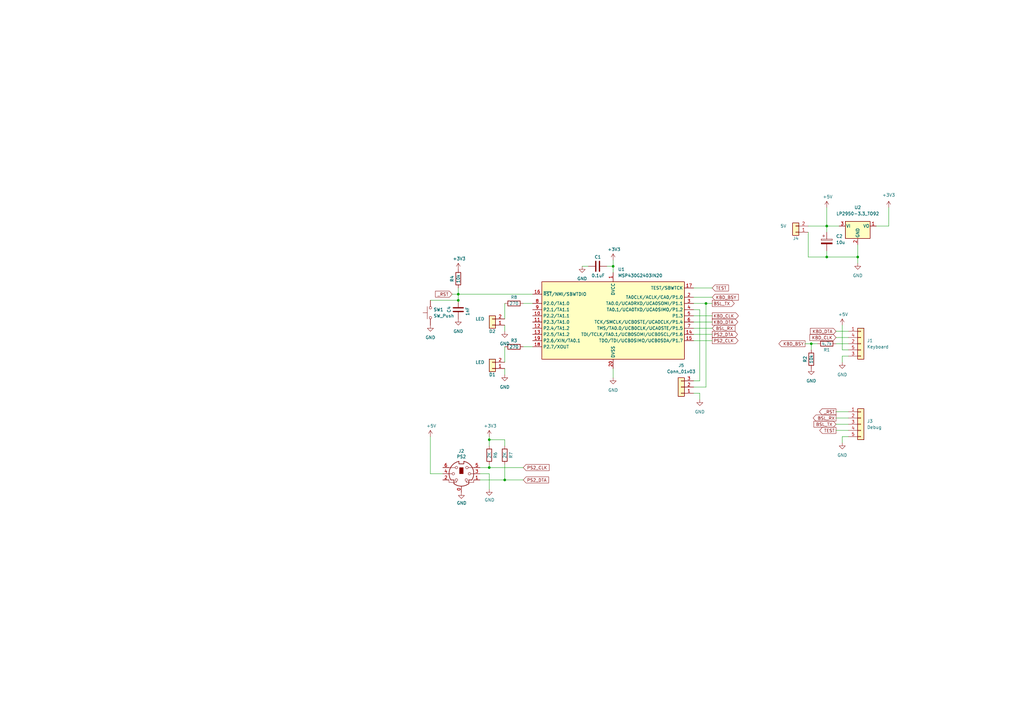
<source format=kicad_sch>
(kicad_sch (version 20211123) (generator eeschema)

  (uuid 34a74736-156e-4bf3-9200-cd137cfa59da)

  (paper "A3")

  (title_block
    (title "Big Tandy Keyboard Adapter")
    (date "2022-07-04")
    (rev "V0.0")
    (comment 3 "Title: TRS-80 Keyboard Adapter for Big Tandy")
    (comment 4 "Author: Matt Boytim")
  )

  (lib_symbols
    (symbol "Conn_01x05_1" (pin_names (offset 1.016) hide) (in_bom yes) (on_board yes)
      (property "Reference" "J1" (id 0) (at 2.54 1.2701 0)
        (effects (font (size 1.27 1.27)) (justify left))
      )
      (property "Value" "Conn_01x05_1" (id 1) (at 2.54 -1.2699 0)
        (effects (font (size 1.27 1.27)) (justify left))
      )
      (property "Footprint" "TRS-80-M3-VID:DIN5" (id 2) (at 0 0 0)
        (effects (font (size 1.27 1.27)) hide)
      )
      (property "Datasheet" "~" (id 3) (at 0 0 0)
        (effects (font (size 1.27 1.27)) hide)
      )
      (property "ki_keywords" "connector" (id 4) (at 0 0 0)
        (effects (font (size 1.27 1.27)) hide)
      )
      (property "ki_description" "Generic connector, single row, 01x05, script generated (kicad-library-utils/schlib/autogen/connector/)" (id 5) (at 0 0 0)
        (effects (font (size 1.27 1.27)) hide)
      )
      (property "ki_fp_filters" "Connector*:*_1x??_*" (id 6) (at 0 0 0)
        (effects (font (size 1.27 1.27)) hide)
      )
      (symbol "Conn_01x05_1_1_1"
        (rectangle (start -1.27 -4.953) (end 0 -5.207)
          (stroke (width 0.1524) (type default) (color 0 0 0 0))
          (fill (type none))
        )
        (rectangle (start -1.27 -2.413) (end 0 -2.667)
          (stroke (width 0.1524) (type default) (color 0 0 0 0))
          (fill (type none))
        )
        (rectangle (start -1.27 0.127) (end 0 -0.127)
          (stroke (width 0.1524) (type default) (color 0 0 0 0))
          (fill (type none))
        )
        (rectangle (start -1.27 2.667) (end 0 2.413)
          (stroke (width 0.1524) (type default) (color 0 0 0 0))
          (fill (type none))
        )
        (rectangle (start -1.27 5.207) (end 0 4.953)
          (stroke (width 0.1524) (type default) (color 0 0 0 0))
          (fill (type none))
        )
        (rectangle (start -1.27 6.35) (end 1.27 -6.35)
          (stroke (width 0.254) (type default) (color 0 0 0 0))
          (fill (type background))
        )
        (pin passive line (at -5.08 5.08 0) (length 3.81)
          (name "Pin_1" (effects (font (size 1.27 1.27))))
          (number "1" (effects (font (size 1.27 1.27))))
        )
        (pin passive line (at -5.08 0 0) (length 3.81)
          (name "Pin_2" (effects (font (size 1.27 1.27))))
          (number "2" (effects (font (size 1.27 1.27))))
        )
        (pin passive line (at -5.08 -5.08 0) (length 3.81)
          (name "Pin_3" (effects (font (size 1.27 1.27))))
          (number "3" (effects (font (size 1.27 1.27))))
        )
        (pin passive line (at -5.08 2.54 0) (length 3.81)
          (name "Pin_4" (effects (font (size 1.27 1.27))))
          (number "4" (effects (font (size 1.27 1.27))))
        )
        (pin passive line (at -5.08 -2.54 0) (length 3.81)
          (name "Pin_5" (effects (font (size 1.27 1.27))))
          (number "5" (effects (font (size 1.27 1.27))))
        )
      )
    )
    (symbol "Connector:Mini-DIN-6" (pin_names (offset 1.016)) (in_bom yes) (on_board yes)
      (property "Reference" "J3" (id 0) (at 0 9.3218 0)
        (effects (font (size 1.27 1.27)))
      )
      (property "Value" "Mini-DIN-6" (id 1) (at 0 7.0104 0)
        (effects (font (size 1.27 1.27)))
      )
      (property "Footprint" "TRS-80:minidin_6_ps2_pcb_mount" (id 2) (at 0 0 0)
        (effects (font (size 1.27 1.27)) hide)
      )
      (property "Datasheet" "http://service.powerdynamics.com/ec/Catalog17/Section%2011.pdf" (id 3) (at 0 0 0)
        (effects (font (size 1.27 1.27)) hide)
      )
      (property "ki_keywords" "Mini-DIN" (id 4) (at 0 0 0)
        (effects (font (size 1.27 1.27)) hide)
      )
      (property "ki_description" "6-pin Mini-DIN connector" (id 5) (at 0 0 0)
        (effects (font (size 1.27 1.27)) hide)
      )
      (property "ki_fp_filters" "MINI?DIN*" (id 6) (at 0 0 0)
        (effects (font (size 1.27 1.27)) hide)
      )
      (symbol "Mini-DIN-6_0_1"
        (circle (center -3.302 0) (radius 0.508)
          (stroke (width 0) (type default) (color 0 0 0 0))
          (fill (type none))
        )
        (arc (start -3.048 -4.064) (mid 0 -5.08) (end 3.048 -4.064)
          (stroke (width 0.254) (type default) (color 0 0 0 0))
          (fill (type none))
        )
        (circle (center -2.032 -2.54) (radius 0.508)
          (stroke (width 0) (type default) (color 0 0 0 0))
          (fill (type none))
        )
        (circle (center -2.032 2.54) (radius 0.508)
          (stroke (width 0) (type default) (color 0 0 0 0))
          (fill (type none))
        )
        (arc (start -1.016 5.08) (mid -4.6243 2.1182) (end -4.318 -2.54)
          (stroke (width 0.254) (type default) (color 0 0 0 0))
          (fill (type none))
        )
        (rectangle (start -0.762 2.54) (end 0.762 0)
          (stroke (width 0) (type default) (color 0 0 0 0))
          (fill (type outline))
        )
        (polyline
          (pts
            (xy -3.81 0)
            (xy -5.08 0)
          )
          (stroke (width 0) (type default) (color 0 0 0 0))
          (fill (type none))
        )
        (polyline
          (pts
            (xy -2.54 2.54)
            (xy -5.08 2.54)
          )
          (stroke (width 0) (type default) (color 0 0 0 0))
          (fill (type none))
        )
        (polyline
          (pts
            (xy 2.794 2.54)
            (xy 5.08 2.54)
          )
          (stroke (width 0) (type default) (color 0 0 0 0))
          (fill (type none))
        )
        (polyline
          (pts
            (xy 5.08 0)
            (xy 3.81 0)
          )
          (stroke (width 0) (type default) (color 0 0 0 0))
          (fill (type none))
        )
        (polyline
          (pts
            (xy -4.318 -2.54)
            (xy -3.048 -2.54)
            (xy -3.048 -4.064)
          )
          (stroke (width 0.254) (type default) (color 0 0 0 0))
          (fill (type none))
        )
        (polyline
          (pts
            (xy 4.318 -2.54)
            (xy 3.048 -2.54)
            (xy 3.048 -4.064)
          )
          (stroke (width 0.254) (type default) (color 0 0 0 0))
          (fill (type none))
        )
        (polyline
          (pts
            (xy -2.032 -3.048)
            (xy -2.032 -3.556)
            (xy -5.08 -3.556)
            (xy -5.08 -2.54)
          )
          (stroke (width 0) (type default) (color 0 0 0 0))
          (fill (type none))
        )
        (polyline
          (pts
            (xy -1.016 5.08)
            (xy -1.016 4.064)
            (xy 1.016 4.064)
            (xy 1.016 5.08)
          )
          (stroke (width 0.254) (type default) (color 0 0 0 0))
          (fill (type none))
        )
        (polyline
          (pts
            (xy 2.032 -3.048)
            (xy 2.032 -3.556)
            (xy 5.08 -3.556)
            (xy 5.08 -2.54)
          )
          (stroke (width 0) (type default) (color 0 0 0 0))
          (fill (type none))
        )
        (circle (center 2.032 -2.54) (radius 0.508)
          (stroke (width 0) (type default) (color 0 0 0 0))
          (fill (type none))
        )
        (circle (center 2.286 2.54) (radius 0.508)
          (stroke (width 0) (type default) (color 0 0 0 0))
          (fill (type none))
        )
        (circle (center 3.302 0) (radius 0.508)
          (stroke (width 0) (type default) (color 0 0 0 0))
          (fill (type none))
        )
        (arc (start 4.318 -2.54) (mid 4.6646 2.1357) (end 1.016 5.08)
          (stroke (width 0.254) (type default) (color 0 0 0 0))
          (fill (type none))
        )
      )
      (symbol "Mini-DIN-6_1_1"
        (pin passive line (at 0 -7.62 90) (length 2.54)
          (name "" (effects (font (size 1.27 1.27))))
          (number "0" (effects (font (size 1.27 1.27))))
        )
        (pin passive line (at 7.62 -2.54 180) (length 2.54)
          (name "~" (effects (font (size 1.27 1.27))))
          (number "1" (effects (font (size 1.27 1.27))))
        )
        (pin passive line (at -7.62 -2.54 0) (length 2.54)
          (name "~" (effects (font (size 1.27 1.27))))
          (number "2" (effects (font (size 1.27 1.27))))
        )
        (pin passive line (at 7.62 0 180) (length 2.54)
          (name "~" (effects (font (size 1.27 1.27))))
          (number "3" (effects (font (size 1.27 1.27))))
        )
        (pin passive line (at -7.62 0 0) (length 2.54)
          (name "~" (effects (font (size 1.27 1.27))))
          (number "4" (effects (font (size 1.27 1.27))))
        )
        (pin passive line (at 7.62 2.54 180) (length 2.54)
          (name "~" (effects (font (size 1.27 1.27))))
          (number "5" (effects (font (size 1.27 1.27))))
        )
        (pin passive line (at -7.62 2.54 0) (length 2.54)
          (name "~" (effects (font (size 1.27 1.27))))
          (number "6" (effects (font (size 1.27 1.27))))
        )
      )
    )
    (symbol "Connector_Generic:Conn_01x03" (pin_names (offset 1.016) hide) (in_bom yes) (on_board yes)
      (property "Reference" "J" (id 0) (at 0 5.08 0)
        (effects (font (size 1.27 1.27)))
      )
      (property "Value" "Conn_01x03" (id 1) (at 0 -5.08 0)
        (effects (font (size 1.27 1.27)))
      )
      (property "Footprint" "" (id 2) (at 0 0 0)
        (effects (font (size 1.27 1.27)) hide)
      )
      (property "Datasheet" "~" (id 3) (at 0 0 0)
        (effects (font (size 1.27 1.27)) hide)
      )
      (property "ki_keywords" "connector" (id 4) (at 0 0 0)
        (effects (font (size 1.27 1.27)) hide)
      )
      (property "ki_description" "Generic connector, single row, 01x03, script generated (kicad-library-utils/schlib/autogen/connector/)" (id 5) (at 0 0 0)
        (effects (font (size 1.27 1.27)) hide)
      )
      (property "ki_fp_filters" "Connector*:*_1x??_*" (id 6) (at 0 0 0)
        (effects (font (size 1.27 1.27)) hide)
      )
      (symbol "Conn_01x03_1_1"
        (rectangle (start -1.27 -2.413) (end 0 -2.667)
          (stroke (width 0.1524) (type default) (color 0 0 0 0))
          (fill (type none))
        )
        (rectangle (start -1.27 0.127) (end 0 -0.127)
          (stroke (width 0.1524) (type default) (color 0 0 0 0))
          (fill (type none))
        )
        (rectangle (start -1.27 2.667) (end 0 2.413)
          (stroke (width 0.1524) (type default) (color 0 0 0 0))
          (fill (type none))
        )
        (rectangle (start -1.27 3.81) (end 1.27 -3.81)
          (stroke (width 0.254) (type default) (color 0 0 0 0))
          (fill (type background))
        )
        (pin passive line (at -5.08 2.54 0) (length 3.81)
          (name "Pin_1" (effects (font (size 1.27 1.27))))
          (number "1" (effects (font (size 1.27 1.27))))
        )
        (pin passive line (at -5.08 0 0) (length 3.81)
          (name "Pin_2" (effects (font (size 1.27 1.27))))
          (number "2" (effects (font (size 1.27 1.27))))
        )
        (pin passive line (at -5.08 -2.54 0) (length 3.81)
          (name "Pin_3" (effects (font (size 1.27 1.27))))
          (number "3" (effects (font (size 1.27 1.27))))
        )
      )
    )
    (symbol "Connector_Generic:Conn_01x05" (pin_names (offset 1.016) hide) (in_bom yes) (on_board yes)
      (property "Reference" "J" (id 0) (at 0 7.62 0)
        (effects (font (size 1.27 1.27)))
      )
      (property "Value" "Conn_01x05" (id 1) (at 0 -7.62 0)
        (effects (font (size 1.27 1.27)))
      )
      (property "Footprint" "" (id 2) (at 0 0 0)
        (effects (font (size 1.27 1.27)) hide)
      )
      (property "Datasheet" "~" (id 3) (at 0 0 0)
        (effects (font (size 1.27 1.27)) hide)
      )
      (property "ki_keywords" "connector" (id 4) (at 0 0 0)
        (effects (font (size 1.27 1.27)) hide)
      )
      (property "ki_description" "Generic connector, single row, 01x05, script generated (kicad-library-utils/schlib/autogen/connector/)" (id 5) (at 0 0 0)
        (effects (font (size 1.27 1.27)) hide)
      )
      (property "ki_fp_filters" "Connector*:*_1x??_*" (id 6) (at 0 0 0)
        (effects (font (size 1.27 1.27)) hide)
      )
      (symbol "Conn_01x05_1_1"
        (rectangle (start -1.27 -4.953) (end 0 -5.207)
          (stroke (width 0.1524) (type default) (color 0 0 0 0))
          (fill (type none))
        )
        (rectangle (start -1.27 -2.413) (end 0 -2.667)
          (stroke (width 0.1524) (type default) (color 0 0 0 0))
          (fill (type none))
        )
        (rectangle (start -1.27 0.127) (end 0 -0.127)
          (stroke (width 0.1524) (type default) (color 0 0 0 0))
          (fill (type none))
        )
        (rectangle (start -1.27 2.667) (end 0 2.413)
          (stroke (width 0.1524) (type default) (color 0 0 0 0))
          (fill (type none))
        )
        (rectangle (start -1.27 5.207) (end 0 4.953)
          (stroke (width 0.1524) (type default) (color 0 0 0 0))
          (fill (type none))
        )
        (rectangle (start -1.27 6.35) (end 1.27 -6.35)
          (stroke (width 0.254) (type default) (color 0 0 0 0))
          (fill (type background))
        )
        (pin passive line (at -5.08 5.08 0) (length 3.81)
          (name "Pin_1" (effects (font (size 1.27 1.27))))
          (number "1" (effects (font (size 1.27 1.27))))
        )
        (pin passive line (at -5.08 2.54 0) (length 3.81)
          (name "Pin_2" (effects (font (size 1.27 1.27))))
          (number "2" (effects (font (size 1.27 1.27))))
        )
        (pin passive line (at -5.08 0 0) (length 3.81)
          (name "Pin_3" (effects (font (size 1.27 1.27))))
          (number "3" (effects (font (size 1.27 1.27))))
        )
        (pin passive line (at -5.08 -2.54 0) (length 3.81)
          (name "Pin_4" (effects (font (size 1.27 1.27))))
          (number "4" (effects (font (size 1.27 1.27))))
        )
        (pin passive line (at -5.08 -5.08 0) (length 3.81)
          (name "Pin_5" (effects (font (size 1.27 1.27))))
          (number "5" (effects (font (size 1.27 1.27))))
        )
      )
    )
    (symbol "Device:C" (pin_numbers hide) (pin_names (offset 0.254)) (in_bom yes) (on_board yes)
      (property "Reference" "C" (id 0) (at 0.635 2.54 0)
        (effects (font (size 1.27 1.27)) (justify left))
      )
      (property "Value" "C" (id 1) (at 0.635 -2.54 0)
        (effects (font (size 1.27 1.27)) (justify left))
      )
      (property "Footprint" "" (id 2) (at 0.9652 -3.81 0)
        (effects (font (size 1.27 1.27)) hide)
      )
      (property "Datasheet" "~" (id 3) (at 0 0 0)
        (effects (font (size 1.27 1.27)) hide)
      )
      (property "ki_keywords" "cap capacitor" (id 4) (at 0 0 0)
        (effects (font (size 1.27 1.27)) hide)
      )
      (property "ki_description" "Unpolarized capacitor" (id 5) (at 0 0 0)
        (effects (font (size 1.27 1.27)) hide)
      )
      (property "ki_fp_filters" "C_*" (id 6) (at 0 0 0)
        (effects (font (size 1.27 1.27)) hide)
      )
      (symbol "C_0_1"
        (polyline
          (pts
            (xy -2.032 -0.762)
            (xy 2.032 -0.762)
          )
          (stroke (width 0.508) (type default) (color 0 0 0 0))
          (fill (type none))
        )
        (polyline
          (pts
            (xy -2.032 0.762)
            (xy 2.032 0.762)
          )
          (stroke (width 0.508) (type default) (color 0 0 0 0))
          (fill (type none))
        )
      )
      (symbol "C_1_1"
        (pin passive line (at 0 3.81 270) (length 2.794)
          (name "~" (effects (font (size 1.27 1.27))))
          (number "1" (effects (font (size 1.27 1.27))))
        )
        (pin passive line (at 0 -3.81 90) (length 2.794)
          (name "~" (effects (font (size 1.27 1.27))))
          (number "2" (effects (font (size 1.27 1.27))))
        )
      )
    )
    (symbol "Device:C_Polarized" (pin_numbers hide) (pin_names (offset 0.254)) (in_bom yes) (on_board yes)
      (property "Reference" "C" (id 0) (at 0.635 2.54 0)
        (effects (font (size 1.27 1.27)) (justify left))
      )
      (property "Value" "C_Polarized" (id 1) (at 0.635 -2.54 0)
        (effects (font (size 1.27 1.27)) (justify left))
      )
      (property "Footprint" "" (id 2) (at 0.9652 -3.81 0)
        (effects (font (size 1.27 1.27)) hide)
      )
      (property "Datasheet" "~" (id 3) (at 0 0 0)
        (effects (font (size 1.27 1.27)) hide)
      )
      (property "ki_keywords" "cap capacitor" (id 4) (at 0 0 0)
        (effects (font (size 1.27 1.27)) hide)
      )
      (property "ki_description" "Polarized capacitor" (id 5) (at 0 0 0)
        (effects (font (size 1.27 1.27)) hide)
      )
      (property "ki_fp_filters" "CP_*" (id 6) (at 0 0 0)
        (effects (font (size 1.27 1.27)) hide)
      )
      (symbol "C_Polarized_0_1"
        (rectangle (start -2.286 0.508) (end 2.286 1.016)
          (stroke (width 0) (type default) (color 0 0 0 0))
          (fill (type none))
        )
        (polyline
          (pts
            (xy -1.778 2.286)
            (xy -0.762 2.286)
          )
          (stroke (width 0) (type default) (color 0 0 0 0))
          (fill (type none))
        )
        (polyline
          (pts
            (xy -1.27 2.794)
            (xy -1.27 1.778)
          )
          (stroke (width 0) (type default) (color 0 0 0 0))
          (fill (type none))
        )
        (rectangle (start 2.286 -0.508) (end -2.286 -1.016)
          (stroke (width 0) (type default) (color 0 0 0 0))
          (fill (type outline))
        )
      )
      (symbol "C_Polarized_1_1"
        (pin passive line (at 0 3.81 270) (length 2.794)
          (name "~" (effects (font (size 1.27 1.27))))
          (number "1" (effects (font (size 1.27 1.27))))
        )
        (pin passive line (at 0 -3.81 90) (length 2.794)
          (name "~" (effects (font (size 1.27 1.27))))
          (number "2" (effects (font (size 1.27 1.27))))
        )
      )
    )
    (symbol "Device:R" (pin_numbers hide) (pin_names (offset 0)) (in_bom yes) (on_board yes)
      (property "Reference" "R" (id 0) (at 2.032 0 90)
        (effects (font (size 1.27 1.27)))
      )
      (property "Value" "R" (id 1) (at 0 0 90)
        (effects (font (size 1.27 1.27)))
      )
      (property "Footprint" "" (id 2) (at -1.778 0 90)
        (effects (font (size 1.27 1.27)) hide)
      )
      (property "Datasheet" "~" (id 3) (at 0 0 0)
        (effects (font (size 1.27 1.27)) hide)
      )
      (property "ki_keywords" "R res resistor" (id 4) (at 0 0 0)
        (effects (font (size 1.27 1.27)) hide)
      )
      (property "ki_description" "Resistor" (id 5) (at 0 0 0)
        (effects (font (size 1.27 1.27)) hide)
      )
      (property "ki_fp_filters" "R_*" (id 6) (at 0 0 0)
        (effects (font (size 1.27 1.27)) hide)
      )
      (symbol "R_0_1"
        (rectangle (start -1.016 -2.54) (end 1.016 2.54)
          (stroke (width 0.254) (type default) (color 0 0 0 0))
          (fill (type none))
        )
      )
      (symbol "R_1_1"
        (pin passive line (at 0 3.81 270) (length 1.27)
          (name "~" (effects (font (size 1.27 1.27))))
          (number "1" (effects (font (size 1.27 1.27))))
        )
        (pin passive line (at 0 -3.81 90) (length 1.27)
          (name "~" (effects (font (size 1.27 1.27))))
          (number "2" (effects (font (size 1.27 1.27))))
        )
      )
    )
    (symbol "MCU_Texas_MSP430:MSP430G2403IN20" (in_bom yes) (on_board yes)
      (property "Reference" "U" (id 0) (at -27.94 17.78 0)
        (effects (font (size 1.27 1.27)))
      )
      (property "Value" "MSP430G2403IN20" (id 1) (at 21.59 -16.51 0)
        (effects (font (size 1.27 1.27)))
      )
      (property "Footprint" "Package_DIP:DIP-20_W7.62mm" (id 2) (at -27.94 -13.97 0)
        (effects (font (size 1.27 1.27) italic) hide)
      )
      (property "Datasheet" "http://www.ti.com/lit/ds/symlink/msp430g2403.pdf" (id 3) (at 0 0 0)
        (effects (font (size 1.27 1.27)) hide)
      )
      (property "ki_keywords" "TI MSP430 16-bit mixed signal microcontroller" (id 4) (at 0 0 0)
        (effects (font (size 1.27 1.27)) hide)
      )
      (property "ki_description" "8kB Flash, 512B RAM, DIP-20" (id 5) (at 0 0 0)
        (effects (font (size 1.27 1.27)) hide)
      )
      (property "ki_fp_filters" "DIP*W7.62mm*" (id 6) (at 0 0 0)
        (effects (font (size 1.27 1.27)) hide)
      )
      (symbol "MSP430G2403IN20_0_1"
        (rectangle (start -29.21 16.51) (end 29.21 -15.24)
          (stroke (width 0.254) (type default) (color 0 0 0 0))
          (fill (type background))
        )
      )
      (symbol "MSP430G2403IN20_1_1"
        (pin power_in line (at 0 20.32 270) (length 3.81)
          (name "DVCC" (effects (font (size 1.27 1.27))))
          (number "1" (effects (font (size 1.27 1.27))))
        )
        (pin bidirectional line (at -33.02 2.54 0) (length 3.81)
          (name "P2.2/TA1.1" (effects (font (size 1.27 1.27))))
          (number "10" (effects (font (size 1.27 1.27))))
        )
        (pin bidirectional line (at -33.02 0 0) (length 3.81)
          (name "P2.3/TA1.0" (effects (font (size 1.27 1.27))))
          (number "11" (effects (font (size 1.27 1.27))))
        )
        (pin bidirectional line (at -33.02 -2.54 0) (length 3.81)
          (name "P2.4/TA1.2" (effects (font (size 1.27 1.27))))
          (number "12" (effects (font (size 1.27 1.27))))
        )
        (pin bidirectional line (at -33.02 -5.08 0) (length 3.81)
          (name "P2.5/TA1.2" (effects (font (size 1.27 1.27))))
          (number "13" (effects (font (size 1.27 1.27))))
        )
        (pin bidirectional line (at 33.02 -5.08 180) (length 3.81)
          (name "TDI/TCLK/TA0.1/UCB0SOMI/UCB0SCL/P1.6" (effects (font (size 1.27 1.27))))
          (number "14" (effects (font (size 1.27 1.27))))
        )
        (pin bidirectional line (at 33.02 -7.62 180) (length 3.81)
          (name "TDO/TDI/UCB0SIMO/UCB0SDA/P1.7" (effects (font (size 1.27 1.27))))
          (number "15" (effects (font (size 1.27 1.27))))
        )
        (pin input line (at -33.02 11.43 0) (length 3.81)
          (name "~{RST}/NMI/SBWTDIO" (effects (font (size 1.27 1.27))))
          (number "16" (effects (font (size 1.27 1.27))))
        )
        (pin input line (at 33.02 13.97 180) (length 3.81)
          (name "TEST/SBWTCK" (effects (font (size 1.27 1.27))))
          (number "17" (effects (font (size 1.27 1.27))))
        )
        (pin bidirectional line (at -33.02 -10.16 0) (length 3.81)
          (name "P2.7/XOUT" (effects (font (size 1.27 1.27))))
          (number "18" (effects (font (size 1.27 1.27))))
        )
        (pin bidirectional line (at -33.02 -7.62 0) (length 3.81)
          (name "P2.6/XIN/TA0.1" (effects (font (size 1.27 1.27))))
          (number "19" (effects (font (size 1.27 1.27))))
        )
        (pin bidirectional line (at 33.02 10.16 180) (length 3.81)
          (name "TA0CLK/ACLK/CA0/P1.0" (effects (font (size 1.27 1.27))))
          (number "2" (effects (font (size 1.27 1.27))))
        )
        (pin power_in line (at 0 -19.05 90) (length 3.81)
          (name "DVSS" (effects (font (size 1.27 1.27))))
          (number "20" (effects (font (size 1.27 1.27))))
        )
        (pin bidirectional line (at 33.02 7.62 180) (length 3.81)
          (name "TA0.0/UCA0RXD/UCA0SOMI/P1.1" (effects (font (size 1.27 1.27))))
          (number "3" (effects (font (size 1.27 1.27))))
        )
        (pin bidirectional line (at 33.02 5.08 180) (length 3.81)
          (name "TA0.1/UCA0TXD/UCA0SIMO/P1.2" (effects (font (size 1.27 1.27))))
          (number "4" (effects (font (size 1.27 1.27))))
        )
        (pin bidirectional line (at 33.02 2.54 180) (length 3.81)
          (name "P1.3" (effects (font (size 1.27 1.27))))
          (number "5" (effects (font (size 1.27 1.27))))
        )
        (pin bidirectional line (at 33.02 0 180) (length 3.81)
          (name "TCK/SMCLK/UCB0STE/UCA0CLK/P1.4" (effects (font (size 1.27 1.27))))
          (number "6" (effects (font (size 1.27 1.27))))
        )
        (pin bidirectional line (at 33.02 -2.54 180) (length 3.81)
          (name "TMS/TA0.0/UCB0CLK/UCA0STE/P1.5" (effects (font (size 1.27 1.27))))
          (number "7" (effects (font (size 1.27 1.27))))
        )
        (pin bidirectional line (at -33.02 7.62 0) (length 3.81)
          (name "P2.0/TA1.0" (effects (font (size 1.27 1.27))))
          (number "8" (effects (font (size 1.27 1.27))))
        )
        (pin bidirectional line (at -33.02 5.08 0) (length 3.81)
          (name "P2.1/TA1.1" (effects (font (size 1.27 1.27))))
          (number "9" (effects (font (size 1.27 1.27))))
        )
      )
    )
    (symbol "Regulator_Linear:LP2950-3.3_TO92" (pin_names (offset 0.254)) (in_bom yes) (on_board yes)
      (property "Reference" "U" (id 0) (at -3.81 3.175 0)
        (effects (font (size 1.27 1.27)))
      )
      (property "Value" "LP2950-3.3_TO92" (id 1) (at 0 3.175 0)
        (effects (font (size 1.27 1.27)) (justify left))
      )
      (property "Footprint" "Package_TO_SOT_THT:TO-92_Inline" (id 2) (at 0 5.715 0)
        (effects (font (size 1.27 1.27) italic) hide)
      )
      (property "Datasheet" "http://www.ti.com/lit/ds/symlink/lp2950.pdf" (id 3) (at 0 -1.27 0)
        (effects (font (size 1.27 1.27)) hide)
      )
      (property "ki_keywords" "Micropower Voltage Regulator 100mA Positive" (id 4) (at 0 0 0)
        (effects (font (size 1.27 1.27)) hide)
      )
      (property "ki_description" "Positive 100mA 30V Linear Micropower Voltage Regulator, Fixed Output 3.3V, TO-92" (id 5) (at 0 0 0)
        (effects (font (size 1.27 1.27)) hide)
      )
      (property "ki_fp_filters" "TO?92*" (id 6) (at 0 0 0)
        (effects (font (size 1.27 1.27)) hide)
      )
      (symbol "LP2950-3.3_TO92_0_1"
        (rectangle (start -5.08 -5.08) (end 5.08 1.905)
          (stroke (width 0.254) (type default) (color 0 0 0 0))
          (fill (type background))
        )
      )
      (symbol "LP2950-3.3_TO92_1_1"
        (pin power_out line (at 7.62 0 180) (length 2.54)
          (name "VO" (effects (font (size 1.27 1.27))))
          (number "1" (effects (font (size 1.27 1.27))))
        )
        (pin power_in line (at 0 -7.62 90) (length 2.54)
          (name "GND" (effects (font (size 1.27 1.27))))
          (number "2" (effects (font (size 1.27 1.27))))
        )
        (pin power_in line (at -7.62 0 0) (length 2.54)
          (name "VI" (effects (font (size 1.27 1.27))))
          (number "3" (effects (font (size 1.27 1.27))))
        )
      )
    )
    (symbol "Switch:SW_Push" (pin_numbers hide) (pin_names (offset 1.016) hide) (in_bom yes) (on_board yes)
      (property "Reference" "SW" (id 0) (at 1.27 2.54 0)
        (effects (font (size 1.27 1.27)) (justify left))
      )
      (property "Value" "SW_Push" (id 1) (at 0 -1.524 0)
        (effects (font (size 1.27 1.27)))
      )
      (property "Footprint" "" (id 2) (at 0 5.08 0)
        (effects (font (size 1.27 1.27)) hide)
      )
      (property "Datasheet" "~" (id 3) (at 0 5.08 0)
        (effects (font (size 1.27 1.27)) hide)
      )
      (property "ki_keywords" "switch normally-open pushbutton push-button" (id 4) (at 0 0 0)
        (effects (font (size 1.27 1.27)) hide)
      )
      (property "ki_description" "Push button switch, generic, two pins" (id 5) (at 0 0 0)
        (effects (font (size 1.27 1.27)) hide)
      )
      (symbol "SW_Push_0_1"
        (circle (center -2.032 0) (radius 0.508)
          (stroke (width 0) (type default) (color 0 0 0 0))
          (fill (type none))
        )
        (polyline
          (pts
            (xy 0 1.27)
            (xy 0 3.048)
          )
          (stroke (width 0) (type default) (color 0 0 0 0))
          (fill (type none))
        )
        (polyline
          (pts
            (xy 2.54 1.27)
            (xy -2.54 1.27)
          )
          (stroke (width 0) (type default) (color 0 0 0 0))
          (fill (type none))
        )
        (circle (center 2.032 0) (radius 0.508)
          (stroke (width 0) (type default) (color 0 0 0 0))
          (fill (type none))
        )
        (pin passive line (at -5.08 0 0) (length 2.54)
          (name "1" (effects (font (size 1.27 1.27))))
          (number "1" (effects (font (size 1.27 1.27))))
        )
        (pin passive line (at 5.08 0 180) (length 2.54)
          (name "2" (effects (font (size 1.27 1.27))))
          (number "2" (effects (font (size 1.27 1.27))))
        )
      )
    )
    (symbol "conn:Conn_01x02" (pin_names (offset 1.016) hide) (in_bom yes) (on_board yes)
      (property "Reference" "J" (id 0) (at 0 2.54 0)
        (effects (font (size 1.27 1.27)))
      )
      (property "Value" "conn_Conn_01x02" (id 1) (at 0 -5.08 0)
        (effects (font (size 1.27 1.27)))
      )
      (property "Footprint" "" (id 2) (at 0 0 0)
        (effects (font (size 1.27 1.27)) hide)
      )
      (property "Datasheet" "" (id 3) (at 0 0 0)
        (effects (font (size 1.27 1.27)) hide)
      )
      (property "ki_fp_filters" "Connector*:*_??x*mm* Connector*:*1x??x*mm* Pin?Header?Straight?1X* Pin?Header?Angled?1X* Socket?Strip?Straight?1X* Socket?Strip?Angled?1X*" (id 4) (at 0 0 0)
        (effects (font (size 1.27 1.27)) hide)
      )
      (symbol "Conn_01x02_1_1"
        (rectangle (start -1.27 -2.413) (end 0 -2.667)
          (stroke (width 0.1524) (type default) (color 0 0 0 0))
          (fill (type none))
        )
        (rectangle (start -1.27 0.127) (end 0 -0.127)
          (stroke (width 0.1524) (type default) (color 0 0 0 0))
          (fill (type none))
        )
        (rectangle (start -1.27 1.27) (end 1.27 -3.81)
          (stroke (width 0.254) (type default) (color 0 0 0 0))
          (fill (type background))
        )
        (pin passive line (at -5.08 0 0) (length 3.81)
          (name "Pin_1" (effects (font (size 1.27 1.27))))
          (number "1" (effects (font (size 1.27 1.27))))
        )
        (pin passive line (at -5.08 -2.54 0) (length 3.81)
          (name "Pin_2" (effects (font (size 1.27 1.27))))
          (number "2" (effects (font (size 1.27 1.27))))
        )
      )
    )
    (symbol "power:+3.3V" (power) (pin_names (offset 0)) (in_bom yes) (on_board yes)
      (property "Reference" "#PWR" (id 0) (at 0 -3.81 0)
        (effects (font (size 1.27 1.27)) hide)
      )
      (property "Value" "+3.3V" (id 1) (at 0 3.556 0)
        (effects (font (size 1.27 1.27)))
      )
      (property "Footprint" "" (id 2) (at 0 0 0)
        (effects (font (size 1.27 1.27)) hide)
      )
      (property "Datasheet" "" (id 3) (at 0 0 0)
        (effects (font (size 1.27 1.27)) hide)
      )
      (property "ki_keywords" "power-flag" (id 4) (at 0 0 0)
        (effects (font (size 1.27 1.27)) hide)
      )
      (property "ki_description" "Power symbol creates a global label with name \"+3.3V\"" (id 5) (at 0 0 0)
        (effects (font (size 1.27 1.27)) hide)
      )
      (symbol "+3.3V_0_1"
        (polyline
          (pts
            (xy -0.762 1.27)
            (xy 0 2.54)
          )
          (stroke (width 0) (type default) (color 0 0 0 0))
          (fill (type none))
        )
        (polyline
          (pts
            (xy 0 0)
            (xy 0 2.54)
          )
          (stroke (width 0) (type default) (color 0 0 0 0))
          (fill (type none))
        )
        (polyline
          (pts
            (xy 0 2.54)
            (xy 0.762 1.27)
          )
          (stroke (width 0) (type default) (color 0 0 0 0))
          (fill (type none))
        )
      )
      (symbol "+3.3V_1_1"
        (pin power_in line (at 0 0 90) (length 0) hide
          (name "+3V3" (effects (font (size 1.27 1.27))))
          (number "1" (effects (font (size 1.27 1.27))))
        )
      )
    )
    (symbol "power:+5V" (power) (pin_names (offset 0)) (in_bom yes) (on_board yes)
      (property "Reference" "#PWR" (id 0) (at 0 -3.81 0)
        (effects (font (size 1.27 1.27)) hide)
      )
      (property "Value" "+5V" (id 1) (at 0 3.556 0)
        (effects (font (size 1.27 1.27)))
      )
      (property "Footprint" "" (id 2) (at 0 0 0)
        (effects (font (size 1.27 1.27)) hide)
      )
      (property "Datasheet" "" (id 3) (at 0 0 0)
        (effects (font (size 1.27 1.27)) hide)
      )
      (property "ki_keywords" "power-flag" (id 4) (at 0 0 0)
        (effects (font (size 1.27 1.27)) hide)
      )
      (property "ki_description" "Power symbol creates a global label with name \"+5V\"" (id 5) (at 0 0 0)
        (effects (font (size 1.27 1.27)) hide)
      )
      (symbol "+5V_0_1"
        (polyline
          (pts
            (xy -0.762 1.27)
            (xy 0 2.54)
          )
          (stroke (width 0) (type default) (color 0 0 0 0))
          (fill (type none))
        )
        (polyline
          (pts
            (xy 0 0)
            (xy 0 2.54)
          )
          (stroke (width 0) (type default) (color 0 0 0 0))
          (fill (type none))
        )
        (polyline
          (pts
            (xy 0 2.54)
            (xy 0.762 1.27)
          )
          (stroke (width 0) (type default) (color 0 0 0 0))
          (fill (type none))
        )
      )
      (symbol "+5V_1_1"
        (pin power_in line (at 0 0 90) (length 0) hide
          (name "+5V" (effects (font (size 1.27 1.27))))
          (number "1" (effects (font (size 1.27 1.27))))
        )
      )
    )
    (symbol "power:GND" (power) (pin_names (offset 0)) (in_bom yes) (on_board yes)
      (property "Reference" "#PWR" (id 0) (at 0 -6.35 0)
        (effects (font (size 1.27 1.27)) hide)
      )
      (property "Value" "GND" (id 1) (at 0 -3.81 0)
        (effects (font (size 1.27 1.27)))
      )
      (property "Footprint" "" (id 2) (at 0 0 0)
        (effects (font (size 1.27 1.27)) hide)
      )
      (property "Datasheet" "" (id 3) (at 0 0 0)
        (effects (font (size 1.27 1.27)) hide)
      )
      (property "ki_keywords" "power-flag" (id 4) (at 0 0 0)
        (effects (font (size 1.27 1.27)) hide)
      )
      (property "ki_description" "Power symbol creates a global label with name \"GND\" , ground" (id 5) (at 0 0 0)
        (effects (font (size 1.27 1.27)) hide)
      )
      (symbol "GND_0_1"
        (polyline
          (pts
            (xy 0 0)
            (xy 0 -1.27)
            (xy 1.27 -1.27)
            (xy 0 -2.54)
            (xy -1.27 -1.27)
            (xy 0 -1.27)
          )
          (stroke (width 0) (type default) (color 0 0 0 0))
          (fill (type none))
        )
      )
      (symbol "GND_1_1"
        (pin power_in line (at 0 0 270) (length 0) hide
          (name "GND" (effects (font (size 1.27 1.27))))
          (number "1" (effects (font (size 1.27 1.27))))
        )
      )
    )
  )

  (junction (at 187.96 123.19) (diameter 0) (color 0 0 0 0)
    (uuid 136b32f8-ed63-4045-b81a-da3051af4bc7)
  )
  (junction (at 207.01 196.85) (diameter 0) (color 0 0 0 0)
    (uuid 1b58d104-ccdb-4b75-b007-63e7e56ed92f)
  )
  (junction (at 351.79 105.41) (diameter 0) (color 0 0 0 0)
    (uuid 31ed5fb2-adcb-4ef3-93bd-a9193090f0d6)
  )
  (junction (at 332.74 140.97) (diameter 0) (color 0 0 0 0)
    (uuid 423ec4c9-aba0-4eca-932a-2326e75d6980)
  )
  (junction (at 339.09 92.71) (diameter 0) (color 0 0 0 0)
    (uuid 4ff00818-8759-4bd5-ae58-277d729e4b6e)
  )
  (junction (at 200.66 180.34) (diameter 0) (color 0 0 0 0)
    (uuid 52d79c18-350a-4614-8986-b44090a15160)
  )
  (junction (at 251.46 109.22) (diameter 0) (color 0 0 0 0)
    (uuid 709718b0-31f4-43c2-ba23-620bc2d07c19)
  )
  (junction (at 289.56 124.46) (diameter 0) (color 0 0 0 0)
    (uuid bd875131-57b2-4eb6-98d7-410f9e50ef91)
  )
  (junction (at 339.09 105.41) (diameter 0) (color 0 0 0 0)
    (uuid d51236f4-8a49-4814-b709-f66db0c3764e)
  )
  (junction (at 200.66 191.77) (diameter 0) (color 0 0 0 0)
    (uuid e621b478-d37d-4aa8-a941-5caa1ea55c59)
  )
  (junction (at 187.96 120.65) (diameter 0) (color 0 0 0 0)
    (uuid eaaeaa87-50f2-4ea8-922e-90b053aee420)
  )

  (wire (pts (xy 251.46 151.13) (xy 251.46 154.94))
    (stroke (width 0) (type default) (color 0 0 0 0))
    (uuid 00c79794-273b-423d-b94d-8d358207de0f)
  )
  (wire (pts (xy 345.44 146.05) (xy 345.44 148.59))
    (stroke (width 0) (type default) (color 0 0 0 0))
    (uuid 012ede6f-7862-4804-b89f-f5354bd7b872)
  )
  (wire (pts (xy 187.96 118.11) (xy 187.96 120.65))
    (stroke (width 0) (type default) (color 0 0 0 0))
    (uuid 0802ef60-47e5-4d57-b419-a5af7427050f)
  )
  (wire (pts (xy 339.09 105.41) (xy 351.79 105.41))
    (stroke (width 0) (type default) (color 0 0 0 0))
    (uuid 0911ece3-2afc-4b8d-962f-c10d0725d6ba)
  )
  (wire (pts (xy 342.9 168.91) (xy 347.98 168.91))
    (stroke (width 0) (type default) (color 0 0 0 0))
    (uuid 0b19eaa6-0683-4d7f-86d9-491c9b0ed27d)
  )
  (wire (pts (xy 196.85 191.77) (xy 200.66 191.77))
    (stroke (width 0) (type default) (color 0 0 0 0))
    (uuid 0e8e4c28-0b4c-4cd7-b139-c4a416f9a038)
  )
  (wire (pts (xy 196.85 196.85) (xy 207.01 196.85))
    (stroke (width 0) (type default) (color 0 0 0 0))
    (uuid 0f916055-2f0f-476e-8623-f7c8d231250c)
  )
  (wire (pts (xy 284.48 139.7) (xy 292.1 139.7))
    (stroke (width 0) (type default) (color 0 0 0 0))
    (uuid 108b37b6-1793-4a74-bd91-7729eb79f075)
  )
  (wire (pts (xy 284.48 118.11) (xy 292.1 118.11))
    (stroke (width 0) (type default) (color 0 0 0 0))
    (uuid 10e33af1-3371-49d3-9266-039e11b09e1c)
  )
  (wire (pts (xy 284.48 132.08) (xy 292.1 132.08))
    (stroke (width 0) (type default) (color 0 0 0 0))
    (uuid 1117377a-ab11-4390-a346-57323e16514c)
  )
  (wire (pts (xy 342.9 135.89) (xy 347.98 135.89))
    (stroke (width 0) (type default) (color 0 0 0 0))
    (uuid 115e7ff1-7f98-4cee-adcb-35c4ae2405f4)
  )
  (wire (pts (xy 196.85 194.31) (xy 200.66 194.31))
    (stroke (width 0) (type default) (color 0 0 0 0))
    (uuid 1339f2ae-239e-44b1-8114-665f347c235a)
  )
  (wire (pts (xy 214.63 191.77) (xy 200.66 191.77))
    (stroke (width 0) (type default) (color 0 0 0 0))
    (uuid 1e171bfa-d4f0-4723-a5ef-f6754456bcb3)
  )
  (wire (pts (xy 287.02 156.21) (xy 284.48 156.21))
    (stroke (width 0) (type default) (color 0 0 0 0))
    (uuid 2a6e85fc-111c-4548-9073-3ad6ed87d91f)
  )
  (wire (pts (xy 200.66 194.31) (xy 200.66 200.66))
    (stroke (width 0) (type default) (color 0 0 0 0))
    (uuid 2af0afcc-36df-41c2-9e7a-76f5a9887a81)
  )
  (wire (pts (xy 284.48 134.62) (xy 292.1 134.62))
    (stroke (width 0) (type default) (color 0 0 0 0))
    (uuid 31083974-13fa-4363-a23c-58aaaedc96a8)
  )
  (wire (pts (xy 342.9 140.97) (xy 347.98 140.97))
    (stroke (width 0) (type default) (color 0 0 0 0))
    (uuid 319e2c46-5707-4f8c-9660-c5d21368210c)
  )
  (wire (pts (xy 289.56 158.75) (xy 284.48 158.75))
    (stroke (width 0) (type default) (color 0 0 0 0))
    (uuid 350c51f0-11d7-4bfe-a4b5-5a629c260aa9)
  )
  (wire (pts (xy 176.53 123.19) (xy 187.96 123.19))
    (stroke (width 0) (type default) (color 0 0 0 0))
    (uuid 371b425c-3e72-4cc2-988b-6e2a4fed9de1)
  )
  (wire (pts (xy 347.98 179.07) (xy 345.44 179.07))
    (stroke (width 0) (type default) (color 0 0 0 0))
    (uuid 3faa37f9-f43e-4a39-a505-8dea3e4e48b1)
  )
  (wire (pts (xy 207.01 151.13) (xy 207.01 153.67))
    (stroke (width 0) (type default) (color 0 0 0 0))
    (uuid 41b12ede-4402-4c73-8d6f-022bcfc153d3)
  )
  (wire (pts (xy 330.2 140.97) (xy 332.74 140.97))
    (stroke (width 0) (type default) (color 0 0 0 0))
    (uuid 47023425-c19c-4ee0-93b2-ecb0229fb082)
  )
  (wire (pts (xy 284.48 129.54) (xy 292.1 129.54))
    (stroke (width 0) (type default) (color 0 0 0 0))
    (uuid 4ef55293-0cb7-4b07-85bc-99a616f0d27e)
  )
  (wire (pts (xy 284.48 124.46) (xy 289.56 124.46))
    (stroke (width 0) (type default) (color 0 0 0 0))
    (uuid 51aef47a-6000-4245-b4fc-13ef1d11624e)
  )
  (wire (pts (xy 287.02 161.29) (xy 287.02 163.83))
    (stroke (width 0) (type default) (color 0 0 0 0))
    (uuid 52e4a759-e5fc-4981-b4cd-fbf3b0353d82)
  )
  (wire (pts (xy 284.48 127) (xy 287.02 127))
    (stroke (width 0) (type default) (color 0 0 0 0))
    (uuid 535510f7-7bcc-4af5-bb0b-fa5cf8fa29c8)
  )
  (wire (pts (xy 345.44 146.05) (xy 347.98 146.05))
    (stroke (width 0) (type default) (color 0 0 0 0))
    (uuid 54971daa-17cc-4a5c-b515-cdb3418c6f44)
  )
  (wire (pts (xy 200.66 180.34) (xy 200.66 182.88))
    (stroke (width 0) (type default) (color 0 0 0 0))
    (uuid 5891eb7f-6778-43a9-a249-7f07b5cb0494)
  )
  (wire (pts (xy 332.74 140.97) (xy 335.28 140.97))
    (stroke (width 0) (type default) (color 0 0 0 0))
    (uuid 5bc9804a-a6dc-4502-91e1-13e3bd662ed3)
  )
  (wire (pts (xy 351.79 100.33) (xy 351.79 105.41))
    (stroke (width 0) (type default) (color 0 0 0 0))
    (uuid 5ff73d64-7565-469d-815e-26fd795c62d4)
  )
  (wire (pts (xy 331.47 105.41) (xy 339.09 105.41))
    (stroke (width 0) (type default) (color 0 0 0 0))
    (uuid 6394db13-af75-40bb-bc17-594749c1d2f7)
  )
  (wire (pts (xy 289.56 124.46) (xy 292.1 124.46))
    (stroke (width 0) (type default) (color 0 0 0 0))
    (uuid 641a73cf-c485-41a4-a86a-a8ebe51f05d9)
  )
  (wire (pts (xy 207.01 196.85) (xy 214.63 196.85))
    (stroke (width 0) (type default) (color 0 0 0 0))
    (uuid 6a9c0416-b3aa-4260-b876-b31a10c2a80a)
  )
  (wire (pts (xy 251.46 106.68) (xy 251.46 109.22))
    (stroke (width 0) (type default) (color 0 0 0 0))
    (uuid 722829f1-96ff-4dd6-8a67-a685929ab80d)
  )
  (wire (pts (xy 284.48 121.92) (xy 292.1 121.92))
    (stroke (width 0) (type default) (color 0 0 0 0))
    (uuid 7ad3338e-b0a7-4945-b656-ecd57d9c8648)
  )
  (wire (pts (xy 176.53 194.31) (xy 181.61 194.31))
    (stroke (width 0) (type default) (color 0 0 0 0))
    (uuid 80f5766a-b7d8-4482-8f95-95a4272fc8aa)
  )
  (wire (pts (xy 214.63 124.46) (xy 218.44 124.46))
    (stroke (width 0) (type default) (color 0 0 0 0))
    (uuid 82c4c8b4-a650-4ac8-884d-0da77468a581)
  )
  (wire (pts (xy 185.42 120.65) (xy 187.96 120.65))
    (stroke (width 0) (type default) (color 0 0 0 0))
    (uuid 838cc3a6-01f7-404e-abb2-d7c5fc9061ec)
  )
  (wire (pts (xy 284.48 137.16) (xy 292.1 137.16))
    (stroke (width 0) (type default) (color 0 0 0 0))
    (uuid 8d7b011e-0804-4813-b3d4-949c13d10cdf)
  )
  (wire (pts (xy 187.96 120.65) (xy 187.96 123.19))
    (stroke (width 0) (type default) (color 0 0 0 0))
    (uuid 90e77e15-9cb9-43a0-92f5-def159afe401)
  )
  (wire (pts (xy 347.98 143.51) (xy 345.44 143.51))
    (stroke (width 0) (type default) (color 0 0 0 0))
    (uuid 9117df01-ce07-4964-bd52-15028b2e7842)
  )
  (wire (pts (xy 331.47 92.71) (xy 339.09 92.71))
    (stroke (width 0) (type default) (color 0 0 0 0))
    (uuid 97639827-009b-4136-beed-953ed1840d05)
  )
  (wire (pts (xy 207.01 182.88) (xy 207.01 180.34))
    (stroke (width 0) (type default) (color 0 0 0 0))
    (uuid 9a38b6e8-20bc-45ed-8e57-277cd40650c2)
  )
  (wire (pts (xy 339.09 92.71) (xy 339.09 95.25))
    (stroke (width 0) (type default) (color 0 0 0 0))
    (uuid 9d1f8e68-eba3-4fc4-b5ee-fd8d092313db)
  )
  (wire (pts (xy 339.09 92.71) (xy 344.17 92.71))
    (stroke (width 0) (type default) (color 0 0 0 0))
    (uuid 9ef21f71-eed9-4db6-b026-ffe9227909c9)
  )
  (wire (pts (xy 345.44 133.35) (xy 345.44 143.51))
    (stroke (width 0) (type default) (color 0 0 0 0))
    (uuid a15138bd-9c23-4b23-9ddb-41728ad8a7d2)
  )
  (wire (pts (xy 342.9 171.45) (xy 347.98 171.45))
    (stroke (width 0) (type default) (color 0 0 0 0))
    (uuid b08b848f-dd7b-48d8-8f22-591112a88fe0)
  )
  (wire (pts (xy 251.46 109.22) (xy 251.46 111.76))
    (stroke (width 0) (type default) (color 0 0 0 0))
    (uuid b269a41f-301a-4e9d-ab4e-3ef0f505cb67)
  )
  (wire (pts (xy 238.76 109.22) (xy 241.3 109.22))
    (stroke (width 0) (type default) (color 0 0 0 0))
    (uuid b2d6aa86-ee87-4302-bac8-7c0617c73cf7)
  )
  (wire (pts (xy 207.01 142.24) (xy 207.01 148.59))
    (stroke (width 0) (type default) (color 0 0 0 0))
    (uuid b5a36b01-67ad-476e-afbb-ad9d9f6fe4dc)
  )
  (wire (pts (xy 207.01 180.34) (xy 200.66 180.34))
    (stroke (width 0) (type default) (color 0 0 0 0))
    (uuid ba58881f-d738-49ee-9ddb-925c7fcb1e7c)
  )
  (wire (pts (xy 207.01 133.35) (xy 207.01 135.89))
    (stroke (width 0) (type default) (color 0 0 0 0))
    (uuid bcded957-9131-48ba-a29f-fa6245a6374d)
  )
  (wire (pts (xy 331.47 95.25) (xy 331.47 105.41))
    (stroke (width 0) (type default) (color 0 0 0 0))
    (uuid bda3e694-3dfa-4747-b93b-e3e8830775fc)
  )
  (wire (pts (xy 289.56 124.46) (xy 289.56 158.75))
    (stroke (width 0) (type default) (color 0 0 0 0))
    (uuid c0da55f4-b274-46a8-b1ef-6855fa757178)
  )
  (wire (pts (xy 214.63 142.24) (xy 218.44 142.24))
    (stroke (width 0) (type default) (color 0 0 0 0))
    (uuid c1a045a4-0140-43fa-95a7-b8622d47349c)
  )
  (wire (pts (xy 187.96 120.65) (xy 218.44 120.65))
    (stroke (width 0) (type default) (color 0 0 0 0))
    (uuid c3f2edb0-6ca0-4e73-9c57-0b2335451008)
  )
  (wire (pts (xy 339.09 85.09) (xy 339.09 92.71))
    (stroke (width 0) (type default) (color 0 0 0 0))
    (uuid c43ce035-9c56-4fbe-906a-a0f0a6962498)
  )
  (wire (pts (xy 200.66 191.77) (xy 200.66 190.5))
    (stroke (width 0) (type default) (color 0 0 0 0))
    (uuid c8542744-0368-45f2-982a-b5e88ef80435)
  )
  (wire (pts (xy 339.09 102.87) (xy 339.09 105.41))
    (stroke (width 0) (type default) (color 0 0 0 0))
    (uuid c9602cce-668a-4b59-9482-cad0c39d2142)
  )
  (wire (pts (xy 176.53 179.07) (xy 176.53 194.31))
    (stroke (width 0) (type default) (color 0 0 0 0))
    (uuid c99e902a-2d6c-436f-8ea7-597c1778f2f5)
  )
  (wire (pts (xy 248.92 109.22) (xy 251.46 109.22))
    (stroke (width 0) (type default) (color 0 0 0 0))
    (uuid cf6f78c2-5d9c-4091-a825-3a242cfdaafd)
  )
  (wire (pts (xy 284.48 161.29) (xy 287.02 161.29))
    (stroke (width 0) (type default) (color 0 0 0 0))
    (uuid d76bddb4-810b-4d10-b9b3-c4d10602d2c8)
  )
  (wire (pts (xy 342.9 176.53) (xy 347.98 176.53))
    (stroke (width 0) (type default) (color 0 0 0 0))
    (uuid dafe6b83-eb3b-467f-a569-9f3ec0c65625)
  )
  (wire (pts (xy 200.66 179.07) (xy 200.66 180.34))
    (stroke (width 0) (type default) (color 0 0 0 0))
    (uuid db087552-501b-40d5-8e4c-59f6be3e0838)
  )
  (wire (pts (xy 351.79 105.41) (xy 351.79 107.95))
    (stroke (width 0) (type default) (color 0 0 0 0))
    (uuid deb94fab-a293-4a42-8a91-452e0de49851)
  )
  (wire (pts (xy 287.02 127) (xy 287.02 156.21))
    (stroke (width 0) (type default) (color 0 0 0 0))
    (uuid def194c1-74f3-4bc9-9526-d982203b876e)
  )
  (wire (pts (xy 345.44 179.07) (xy 345.44 181.61))
    (stroke (width 0) (type default) (color 0 0 0 0))
    (uuid e50f3aa8-ce7d-480b-8970-ce974ebb6ef9)
  )
  (wire (pts (xy 364.49 92.71) (xy 359.41 92.71))
    (stroke (width 0) (type default) (color 0 0 0 0))
    (uuid e94d5706-3811-4577-8448-e7c71d161ed7)
  )
  (wire (pts (xy 364.49 85.09) (xy 364.49 92.71))
    (stroke (width 0) (type default) (color 0 0 0 0))
    (uuid eac8f3dc-a4a9-4ef8-95ca-f4db522407be)
  )
  (wire (pts (xy 342.9 173.99) (xy 347.98 173.99))
    (stroke (width 0) (type default) (color 0 0 0 0))
    (uuid eea54216-c8c7-4f93-a0fa-1d0456b6d653)
  )
  (wire (pts (xy 332.74 140.97) (xy 332.74 143.51))
    (stroke (width 0) (type default) (color 0 0 0 0))
    (uuid ef685c14-fc05-4a98-9713-7ebbe4964a54)
  )
  (wire (pts (xy 207.01 196.85) (xy 207.01 190.5))
    (stroke (width 0) (type default) (color 0 0 0 0))
    (uuid ef98219a-d4da-4ac1-b8d9-9a4b534d3118)
  )
  (wire (pts (xy 207.01 124.46) (xy 207.01 130.81))
    (stroke (width 0) (type default) (color 0 0 0 0))
    (uuid fcdb7d31-e687-4f72-b21c-f979bc89560c)
  )
  (wire (pts (xy 342.9 138.43) (xy 347.98 138.43))
    (stroke (width 0) (type default) (color 0 0 0 0))
    (uuid fda6fba3-26de-4533-ab37-f87bb8ca8965)
  )

  (global_label "KBD_CLK" (shape input) (at 342.9 138.43 180) (fields_autoplaced)
    (effects (font (size 1.27 1.27)) (justify right))
    (uuid 02191e4b-ba46-4e72-bc7e-beed76cace88)
    (property "Intersheet References" "${INTERSHEET_REFS}" (id 0) (at 332.2301 138.3506 0)
      (effects (font (size 1.27 1.27)) (justify right) hide)
    )
  )
  (global_label "KBD_DTA" (shape input) (at 342.9 135.89 180) (fields_autoplaced)
    (effects (font (size 1.27 1.27)) (justify right))
    (uuid 2566b70a-7312-47f8-9d1c-e989f5b5f0b7)
    (property "Intersheet References" "${INTERSHEET_REFS}" (id 0) (at 332.472 135.8106 0)
      (effects (font (size 1.27 1.27)) (justify right) hide)
    )
  )
  (global_label "BSL_RX" (shape input) (at 292.1 134.62 0) (fields_autoplaced)
    (effects (font (size 1.27 1.27)) (justify left))
    (uuid 2cdad8ef-b5c8-42b4-91da-9d5f6d9b006b)
    (property "Intersheet References" "${INTERSHEET_REFS}" (id 0) (at 301.379 134.5406 0)
      (effects (font (size 1.27 1.27)) (justify left) hide)
    )
  )
  (global_label "PS2_CLK" (shape output) (at 292.1 139.7 0) (fields_autoplaced)
    (effects (font (size 1.27 1.27)) (justify left))
    (uuid 577782dd-f818-444f-9ea6-e9482a7fc8fa)
    (property "Intersheet References" "${INTERSHEET_REFS}" (id 0) (at 302.649 139.6206 0)
      (effects (font (size 1.27 1.27)) (justify left) hide)
    )
  )
  (global_label "KBD_CLK" (shape output) (at 292.1 129.54 0) (fields_autoplaced)
    (effects (font (size 1.27 1.27)) (justify left))
    (uuid 580a9e2f-134c-478d-a946-21e4b8d1f45b)
    (property "Intersheet References" "${INTERSHEET_REFS}" (id 0) (at 302.7699 129.4606 0)
      (effects (font (size 1.27 1.27)) (justify left) hide)
    )
  )
  (global_label "KBD_DTA" (shape output) (at 292.1 132.08 0) (fields_autoplaced)
    (effects (font (size 1.27 1.27)) (justify left))
    (uuid 7e624ee3-c233-48fb-acd1-e4b528af28d4)
    (property "Intersheet References" "${INTERSHEET_REFS}" (id 0) (at 302.528 132.0006 0)
      (effects (font (size 1.27 1.27)) (justify left) hide)
    )
  )
  (global_label "TEST" (shape output) (at 342.9 176.53 180) (fields_autoplaced)
    (effects (font (size 1.27 1.27)) (justify right))
    (uuid 8a8fbe83-dafd-4a29-9543-267bbfa3cded)
    (property "Intersheet References" "${INTERSHEET_REFS}" (id 0) (at 336.282 176.4506 0)
      (effects (font (size 1.27 1.27)) (justify right) hide)
    )
  )
  (global_label "_RST" (shape output) (at 342.9 168.91 180) (fields_autoplaced)
    (effects (font (size 1.27 1.27)) (justify right))
    (uuid 8d5f01ef-0b95-4d49-8a56-4edab785359d)
    (property "Intersheet References" "${INTERSHEET_REFS}" (id 0) (at 336.161 168.8306 0)
      (effects (font (size 1.27 1.27)) (justify right) hide)
    )
  )
  (global_label "PS2_DTA" (shape output) (at 292.1 137.16 0) (fields_autoplaced)
    (effects (font (size 1.27 1.27)) (justify left))
    (uuid a2842010-0bab-47f8-bb4e-09ee9f491856)
    (property "Intersheet References" "${INTERSHEET_REFS}" (id 0) (at 302.4071 137.0806 0)
      (effects (font (size 1.27 1.27)) (justify left) hide)
    )
  )
  (global_label "KBD_BSY" (shape output) (at 330.2 140.97 180) (fields_autoplaced)
    (effects (font (size 1.27 1.27)) (justify right))
    (uuid a8040957-e997-4189-89dd-c56fc4823396)
    (property "Intersheet References" "${INTERSHEET_REFS}" (id 0) (at 319.5301 140.8906 0)
      (effects (font (size 1.27 1.27)) (justify right) hide)
    )
  )
  (global_label "KBD_BSY" (shape input) (at 292.1 121.92 0) (fields_autoplaced)
    (effects (font (size 1.27 1.27)) (justify left))
    (uuid a82bd637-820b-4837-8d7b-45be22f1778f)
    (property "Intersheet References" "${INTERSHEET_REFS}" (id 0) (at 302.7699 121.8406 0)
      (effects (font (size 1.27 1.27)) (justify left) hide)
    )
  )
  (global_label "BSL_TX" (shape output) (at 292.1 124.46 0) (fields_autoplaced)
    (effects (font (size 1.27 1.27)) (justify left))
    (uuid afa39b9f-bfd4-4298-8d4d-f20a8db9d0fd)
    (property "Intersheet References" "${INTERSHEET_REFS}" (id 0) (at 301.0766 124.3806 0)
      (effects (font (size 1.27 1.27)) (justify left) hide)
    )
  )
  (global_label "_RST" (shape input) (at 185.42 120.65 180) (fields_autoplaced)
    (effects (font (size 1.27 1.27)) (justify right))
    (uuid b102eefd-15a9-4d7e-bff3-57f0ec9c08ba)
    (property "Intersheet References" "${INTERSHEET_REFS}" (id 0) (at 178.681 120.5706 0)
      (effects (font (size 1.27 1.27)) (justify right) hide)
    )
  )
  (global_label "TEST" (shape input) (at 292.1 118.11 0) (fields_autoplaced)
    (effects (font (size 1.27 1.27)) (justify left))
    (uuid b73a5465-f9d1-4bf0-942d-643667460326)
    (property "Intersheet References" "${INTERSHEET_REFS}" (id 0) (at 298.718 118.0306 0)
      (effects (font (size 1.27 1.27)) (justify left) hide)
    )
  )
  (global_label "BSL_RX" (shape output) (at 342.9 171.45 180) (fields_autoplaced)
    (effects (font (size 1.27 1.27)) (justify right))
    (uuid c8fb4913-3537-44c5-9b4e-c1941745b408)
    (property "Intersheet References" "${INTERSHEET_REFS}" (id 0) (at 333.621 171.3706 0)
      (effects (font (size 1.27 1.27)) (justify right) hide)
    )
  )
  (global_label "BSL_TX" (shape input) (at 342.9 173.99 180) (fields_autoplaced)
    (effects (font (size 1.27 1.27)) (justify right))
    (uuid d34092ab-1f9b-487e-a7cd-d949d9311571)
    (property "Intersheet References" "${INTERSHEET_REFS}" (id 0) (at 333.9234 173.9106 0)
      (effects (font (size 1.27 1.27)) (justify right) hide)
    )
  )
  (global_label "PS2_DTA" (shape input) (at 214.63 196.85 0) (fields_autoplaced)
    (effects (font (size 1.27 1.27)) (justify left))
    (uuid ef65932d-7b91-40cc-9faf-32331a3e8e9c)
    (property "Intersheet References" "${INTERSHEET_REFS}" (id 0) (at 224.9371 196.7706 0)
      (effects (font (size 1.27 1.27)) (justify left) hide)
    )
  )
  (global_label "PS2_CLK" (shape input) (at 214.63 191.77 0) (fields_autoplaced)
    (effects (font (size 1.27 1.27)) (justify left))
    (uuid fc2fb9b5-8f5b-4750-9565-f672e04d3a29)
    (property "Intersheet References" "${INTERSHEET_REFS}" (id 0) (at -11.43 146.05 0)
      (effects (font (size 1.27 1.27)) hide)
    )
  )

  (symbol (lib_id "power:GND") (at 189.23 201.93 0) (unit 1)
    (in_bom yes) (on_board yes)
    (uuid 00038d6f-e3e6-4224-87c8-49ef4b4c3adc)
    (property "Reference" "#PWR0116" (id 0) (at 189.23 208.28 0)
      (effects (font (size 1.27 1.27)) hide)
    )
    (property "Value" "GND" (id 1) (at 189.357 206.3242 0))
    (property "Footprint" "" (id 2) (at 189.23 201.93 0)
      (effects (font (size 1.27 1.27)) hide)
    )
    (property "Datasheet" "" (id 3) (at 189.23 201.93 0)
      (effects (font (size 1.27 1.27)) hide)
    )
    (pin "1" (uuid b66424a8-da5c-4863-9731-b9be62a95468))
  )

  (symbol (lib_id "Device:C_Polarized") (at 339.09 99.06 0) (unit 1)
    (in_bom yes) (on_board yes) (fields_autoplaced)
    (uuid 01a43053-eb89-498a-88a4-7b0da01d6faf)
    (property "Reference" "C2" (id 0) (at 342.9 96.9009 0)
      (effects (font (size 1.27 1.27)) (justify left))
    )
    (property "Value" "10u" (id 1) (at 342.9 99.4409 0)
      (effects (font (size 1.27 1.27)) (justify left))
    )
    (property "Footprint" "Capacitor_SMD:C_1206_3216Metric_Pad1.33x1.80mm_HandSolder" (id 2) (at 340.0552 102.87 0)
      (effects (font (size 1.27 1.27)) hide)
    )
    (property "Datasheet" "~" (id 3) (at 339.09 99.06 0)
      (effects (font (size 1.27 1.27)) hide)
    )
    (pin "1" (uuid 82145cc3-1662-45d2-bf16-75800f2ff698))
    (pin "2" (uuid 01d15eda-070c-400b-9f2e-7672d2688bc9))
  )

  (symbol (lib_id "power:GND") (at 332.74 151.13 0) (unit 1)
    (in_bom yes) (on_board yes) (fields_autoplaced)
    (uuid 0228f466-9680-4efb-8961-bbab7f11fda5)
    (property "Reference" "#PWR0106" (id 0) (at 332.74 157.48 0)
      (effects (font (size 1.27 1.27)) hide)
    )
    (property "Value" "GND" (id 1) (at 332.74 156.21 0))
    (property "Footprint" "" (id 2) (at 332.74 151.13 0)
      (effects (font (size 1.27 1.27)) hide)
    )
    (property "Datasheet" "" (id 3) (at 332.74 151.13 0)
      (effects (font (size 1.27 1.27)) hide)
    )
    (pin "1" (uuid 73b53768-a114-48a0-b44f-58cfc277e826))
  )

  (symbol (lib_id "power:+5V") (at 339.09 85.09 0) (unit 1)
    (in_bom yes) (on_board yes)
    (uuid 0377d3bd-04fb-45f5-8264-8f07014113e3)
    (property "Reference" "#PWR0112" (id 0) (at 339.09 88.9 0)
      (effects (font (size 1.27 1.27)) hide)
    )
    (property "Value" "+5V" (id 1) (at 339.471 80.6958 0))
    (property "Footprint" "" (id 2) (at 339.09 85.09 0)
      (effects (font (size 1.27 1.27)) hide)
    )
    (property "Datasheet" "" (id 3) (at 339.09 85.09 0)
      (effects (font (size 1.27 1.27)) hide)
    )
    (pin "1" (uuid daa482d6-88cc-47b3-995f-3cc9c8f6ef95))
  )

  (symbol (lib_id "conn:Conn_01x02") (at 201.93 151.13 180) (unit 1)
    (in_bom yes) (on_board yes)
    (uuid 07cbff05-79c8-4dbe-ae28-2e40a2f011d0)
    (property "Reference" "D1" (id 0) (at 201.93 153.67 0))
    (property "Value" "LED" (id 1) (at 196.85 148.59 0))
    (property "Footprint" "Connector_PinHeader_2.54mm:PinHeader_1x02_P2.54mm_Vertical" (id 2) (at 201.93 151.13 0)
      (effects (font (size 1.27 1.27)) hide)
    )
    (property "Datasheet" "" (id 3) (at 201.93 151.13 0)
      (effects (font (size 1.27 1.27)) hide)
    )
    (pin "1" (uuid 70a043f3-6f6e-4494-b446-8a875829373f))
    (pin "2" (uuid 807ce59d-5c34-4be4-83fc-425f2834cfad))
  )

  (symbol (lib_id "Device:R") (at 210.82 142.24 270) (unit 1)
    (in_bom yes) (on_board yes)
    (uuid 144d599f-86ec-4b3b-acce-375e6b4348ba)
    (property "Reference" "R3" (id 0) (at 210.82 139.7 90))
    (property "Value" "270" (id 1) (at 210.82 142.24 90))
    (property "Footprint" "Resistor_SMD:R_0805_2012Metric_Pad1.20x1.40mm_HandSolder" (id 2) (at 210.82 140.462 90)
      (effects (font (size 1.27 1.27)) hide)
    )
    (property "Datasheet" "~" (id 3) (at 210.82 142.24 0)
      (effects (font (size 1.27 1.27)) hide)
    )
    (pin "1" (uuid 607f0bb7-c989-43ef-9ff3-71f95570e529))
    (pin "2" (uuid 42e29f39-0164-48d0-bac3-bf62532b3e38))
  )

  (symbol (lib_id "Device:C") (at 187.96 127 0) (mirror y) (unit 1)
    (in_bom yes) (on_board yes)
    (uuid 1a765770-4168-4e6d-80a6-8d9accc3cbf2)
    (property "Reference" "C4" (id 0) (at 184.15 128.27 90)
      (effects (font (size 1.27 1.27)) (justify left))
    )
    (property "Value" "1nF" (id 1) (at 191.77 129.54 90)
      (effects (font (size 1.27 1.27)) (justify left))
    )
    (property "Footprint" "Capacitor_SMD:C_0805_2012Metric_Pad1.18x1.45mm_HandSolder" (id 2) (at 186.9948 130.81 0)
      (effects (font (size 1.27 1.27)) hide)
    )
    (property "Datasheet" "~" (id 3) (at 187.96 127 0)
      (effects (font (size 1.27 1.27)) hide)
    )
    (pin "1" (uuid 6c51a9c4-23db-496c-bc69-86acb3356663))
    (pin "2" (uuid faf33104-d7c9-41e3-9dad-67487486c394))
  )

  (symbol (lib_id "power:GND") (at 345.44 181.61 0) (unit 1)
    (in_bom yes) (on_board yes) (fields_autoplaced)
    (uuid 2d109ff6-27c1-4e7c-877b-f84b3f819540)
    (property "Reference" "#PWR0104" (id 0) (at 345.44 187.96 0)
      (effects (font (size 1.27 1.27)) hide)
    )
    (property "Value" "GND" (id 1) (at 345.44 186.69 0))
    (property "Footprint" "" (id 2) (at 345.44 181.61 0)
      (effects (font (size 1.27 1.27)) hide)
    )
    (property "Datasheet" "" (id 3) (at 345.44 181.61 0)
      (effects (font (size 1.27 1.27)) hide)
    )
    (pin "1" (uuid 9918c5b5-1c15-4ec9-ae58-aee6884a34b0))
  )

  (symbol (lib_id "power:GND") (at 187.96 130.81 0) (unit 1)
    (in_bom yes) (on_board yes) (fields_autoplaced)
    (uuid 30799ae3-8f2c-48a0-9018-f16d4b8d7541)
    (property "Reference" "#PWR0115" (id 0) (at 187.96 137.16 0)
      (effects (font (size 1.27 1.27)) hide)
    )
    (property "Value" "GND" (id 1) (at 187.96 135.89 0))
    (property "Footprint" "" (id 2) (at 187.96 130.81 0)
      (effects (font (size 1.27 1.27)) hide)
    )
    (property "Datasheet" "" (id 3) (at 187.96 130.81 0)
      (effects (font (size 1.27 1.27)) hide)
    )
    (pin "1" (uuid 05e768db-8a83-4e3c-bc92-af534a4fd3af))
  )

  (symbol (lib_id "Device:R") (at 332.74 147.32 0) (unit 1)
    (in_bom yes) (on_board yes)
    (uuid 39194f00-bfb4-40b7-924c-c7bc0893b332)
    (property "Reference" "R2" (id 0) (at 330.2 147.32 90))
    (property "Value" "10k" (id 1) (at 332.74 147.32 90))
    (property "Footprint" "Resistor_SMD:R_0805_2012Metric_Pad1.20x1.40mm_HandSolder" (id 2) (at 330.962 147.32 90)
      (effects (font (size 1.27 1.27)) hide)
    )
    (property "Datasheet" "~" (id 3) (at 332.74 147.32 0)
      (effects (font (size 1.27 1.27)) hide)
    )
    (pin "1" (uuid e239fd54-a514-4ca1-a170-00c5eb2947c4))
    (pin "2" (uuid d6f4849f-837a-4067-8f36-5bf38af1e9e1))
  )

  (symbol (lib_id "Connector_Generic:Conn_01x05") (at 353.06 173.99 0) (unit 1)
    (in_bom yes) (on_board yes) (fields_autoplaced)
    (uuid 3afe9e8a-a6f8-41da-98b3-705e23be9e97)
    (property "Reference" "J3" (id 0) (at 355.6 172.7199 0)
      (effects (font (size 1.27 1.27)) (justify left))
    )
    (property "Value" "Debug" (id 1) (at 355.6 175.2599 0)
      (effects (font (size 1.27 1.27)) (justify left))
    )
    (property "Footprint" "Connector_PinHeader_2.54mm:PinHeader_1x05_P2.54mm_Vertical" (id 2) (at 353.06 173.99 0)
      (effects (font (size 1.27 1.27)) hide)
    )
    (property "Datasheet" "~" (id 3) (at 353.06 173.99 0)
      (effects (font (size 1.27 1.27)) hide)
    )
    (pin "1" (uuid 49772ec2-b234-4a8d-ac9a-dfc43e3dd4d3))
    (pin "2" (uuid 75aaa758-c71e-4301-9dfe-aaf75724b73a))
    (pin "3" (uuid ff2c165b-fcf1-4e49-a130-75315ee7c31f))
    (pin "4" (uuid 1f704f17-bb46-4ea0-8728-305025749850))
    (pin "5" (uuid df0456f5-9234-4080-ae65-72a31d473a34))
  )

  (symbol (lib_id "power:GND") (at 200.66 200.66 0) (unit 1)
    (in_bom yes) (on_board yes)
    (uuid 3ca96899-f787-4bf1-ab17-b59082b78f8d)
    (property "Reference" "#PWR0103" (id 0) (at 200.66 207.01 0)
      (effects (font (size 1.27 1.27)) hide)
    )
    (property "Value" "GND" (id 1) (at 200.787 205.0542 0))
    (property "Footprint" "" (id 2) (at 200.66 200.66 0)
      (effects (font (size 1.27 1.27)) hide)
    )
    (property "Datasheet" "" (id 3) (at 200.66 200.66 0)
      (effects (font (size 1.27 1.27)) hide)
    )
    (pin "1" (uuid 9a931423-cac0-41bf-82f1-1cb503f0408e))
  )

  (symbol (lib_id "MCU_Texas_MSP430:MSP430G2403IN20") (at 251.46 132.08 0) (unit 1)
    (in_bom yes) (on_board yes) (fields_autoplaced)
    (uuid 3ceae080-6bd6-4282-9886-a89762294fb2)
    (property "Reference" "U1" (id 0) (at 253.4794 110.49 0)
      (effects (font (size 1.27 1.27)) (justify left))
    )
    (property "Value" "MSP430G2403IN20" (id 1) (at 253.4794 113.03 0)
      (effects (font (size 1.27 1.27)) (justify left))
    )
    (property "Footprint" "Package_DIP:DIP-20_W7.62mm" (id 2) (at 223.52 146.05 0)
      (effects (font (size 1.27 1.27) italic) hide)
    )
    (property "Datasheet" "http://www.ti.com/lit/ds/symlink/msp430g2403.pdf" (id 3) (at 251.46 132.08 0)
      (effects (font (size 1.27 1.27)) hide)
    )
    (pin "1" (uuid a1a7d0a9-f363-431a-af09-8a24abd24fd3))
    (pin "10" (uuid 5d1e413c-4ffd-4484-871e-d33a8b42f1b8))
    (pin "11" (uuid d1ff0135-ed56-48c9-8ac7-9b70770137e9))
    (pin "12" (uuid e9e2d12f-79f9-45bc-bb25-012ec8b96344))
    (pin "13" (uuid d990f352-a776-47c6-9ddd-6bc1542f04e8))
    (pin "14" (uuid 3b6104ec-9979-411a-b843-4bb69e374175))
    (pin "15" (uuid 110a0648-4fcf-4f50-b497-10858276e5ea))
    (pin "16" (uuid e82343b0-112c-4eac-aac8-f372b213b06b))
    (pin "17" (uuid 25a56790-aca2-42bb-beb0-900be700f21e))
    (pin "18" (uuid 47a14ce8-3e5b-4820-9c5d-29fbe2828c17))
    (pin "19" (uuid c0782f7b-5536-41ad-9619-de2c5605afd5))
    (pin "2" (uuid 382ddac3-9714-4210-acf4-76e276a534ab))
    (pin "20" (uuid a48ce687-af34-4b89-a884-17ac6e48bca8))
    (pin "3" (uuid 7150de59-7241-4228-afd1-b11aea50375f))
    (pin "4" (uuid 21839396-d80f-4da8-9a0c-af55570cb8a9))
    (pin "5" (uuid 230a0b1d-bc94-4a91-85a4-575fcd4c6a59))
    (pin "6" (uuid 7355fdf9-9707-431e-ac1c-e2464f9e4de5))
    (pin "7" (uuid 1300ce0e-6343-4c8d-89da-d190a99042a0))
    (pin "8" (uuid 72d5c8ca-780e-4bef-af8e-27730aaa1488))
    (pin "9" (uuid 29d25fff-e344-495c-972a-c0ede7472de0))
  )

  (symbol (lib_id "power:+3.3V") (at 187.96 110.49 0) (unit 1)
    (in_bom yes) (on_board yes)
    (uuid 4468e263-ffc9-46de-b210-9700ae65cbfe)
    (property "Reference" "#PWR0114" (id 0) (at 187.96 114.3 0)
      (effects (font (size 1.27 1.27)) hide)
    )
    (property "Value" "+3.3V" (id 1) (at 188.341 106.0958 0))
    (property "Footprint" "" (id 2) (at 187.96 110.49 0)
      (effects (font (size 1.27 1.27)) hide)
    )
    (property "Datasheet" "" (id 3) (at 187.96 110.49 0)
      (effects (font (size 1.27 1.27)) hide)
    )
    (pin "1" (uuid 11185464-ce6b-47c8-907e-ac3083910073))
  )

  (symbol (lib_id "power:GND") (at 207.01 135.89 0) (unit 1)
    (in_bom yes) (on_board yes) (fields_autoplaced)
    (uuid 44c9847e-3994-4835-ae0e-581857ef629f)
    (property "Reference" "#PWR0120" (id 0) (at 207.01 142.24 0)
      (effects (font (size 1.27 1.27)) hide)
    )
    (property "Value" "GND" (id 1) (at 207.01 140.97 0))
    (property "Footprint" "" (id 2) (at 207.01 135.89 0)
      (effects (font (size 1.27 1.27)) hide)
    )
    (property "Datasheet" "" (id 3) (at 207.01 135.89 0)
      (effects (font (size 1.27 1.27)) hide)
    )
    (pin "1" (uuid c6397d0c-115b-401a-b178-652b159352fa))
  )

  (symbol (lib_id "Switch:SW_Push") (at 176.53 128.27 90) (unit 1)
    (in_bom yes) (on_board yes) (fields_autoplaced)
    (uuid 469a55b6-66c0-4d83-b671-5c047ca7bf04)
    (property "Reference" "SW1" (id 0) (at 177.8 126.9999 90)
      (effects (font (size 1.27 1.27)) (justify right))
    )
    (property "Value" "SW_Push" (id 1) (at 177.8 129.5399 90)
      (effects (font (size 1.27 1.27)) (justify right))
    )
    (property "Footprint" "Connector_PinHeader_2.54mm:PinHeader_1x02_P2.54mm_Vertical" (id 2) (at 171.45 128.27 0)
      (effects (font (size 1.27 1.27)) hide)
    )
    (property "Datasheet" "~" (id 3) (at 171.45 128.27 0)
      (effects (font (size 1.27 1.27)) hide)
    )
    (pin "1" (uuid 1fd8b20e-2298-4592-8f50-b22a7b20222b))
    (pin "2" (uuid 321f6acf-4020-4df2-bb20-702684fc7aee))
  )

  (symbol (lib_id "Device:C") (at 245.11 109.22 270) (mirror x) (unit 1)
    (in_bom yes) (on_board yes)
    (uuid 48a99025-96b6-4136-b509-91367b944309)
    (property "Reference" "C1" (id 0) (at 243.84 105.41 90)
      (effects (font (size 1.27 1.27)) (justify left))
    )
    (property "Value" "0.1uF" (id 1) (at 242.57 113.03 90)
      (effects (font (size 1.27 1.27)) (justify left))
    )
    (property "Footprint" "Capacitor_SMD:C_0805_2012Metric_Pad1.18x1.45mm_HandSolder" (id 2) (at 241.3 108.2548 0)
      (effects (font (size 1.27 1.27)) hide)
    )
    (property "Datasheet" "~" (id 3) (at 245.11 109.22 0)
      (effects (font (size 1.27 1.27)) hide)
    )
    (pin "1" (uuid afd28e54-87f9-4a80-b85d-7fa0c77c5560))
    (pin "2" (uuid 77ad99dc-fb27-4936-8ce9-d93d2ee949d0))
  )

  (symbol (lib_id "power:GND") (at 287.02 163.83 0) (unit 1)
    (in_bom yes) (on_board yes) (fields_autoplaced)
    (uuid 4df82683-5e27-4c3f-a2a9-df1056cd4cc7)
    (property "Reference" "#PWR0118" (id 0) (at 287.02 170.18 0)
      (effects (font (size 1.27 1.27)) hide)
    )
    (property "Value" "GND" (id 1) (at 287.02 168.91 0))
    (property "Footprint" "" (id 2) (at 287.02 163.83 0)
      (effects (font (size 1.27 1.27)) hide)
    )
    (property "Datasheet" "" (id 3) (at 287.02 163.83 0)
      (effects (font (size 1.27 1.27)) hide)
    )
    (pin "1" (uuid 0523c82a-9404-4007-a828-27c643b9254b))
  )

  (symbol (lib_id "power:GND") (at 251.46 154.94 0) (unit 1)
    (in_bom yes) (on_board yes) (fields_autoplaced)
    (uuid 5d994cef-e312-440f-80d7-b532da7e6b32)
    (property "Reference" "#PWR0110" (id 0) (at 251.46 161.29 0)
      (effects (font (size 1.27 1.27)) hide)
    )
    (property "Value" "GND" (id 1) (at 251.46 160.02 0))
    (property "Footprint" "" (id 2) (at 251.46 154.94 0)
      (effects (font (size 1.27 1.27)) hide)
    )
    (property "Datasheet" "" (id 3) (at 251.46 154.94 0)
      (effects (font (size 1.27 1.27)) hide)
    )
    (pin "1" (uuid fc64e592-43d5-42d8-ab97-9f1c6c8d5faf))
  )

  (symbol (lib_id "conn:Conn_01x02") (at 201.93 133.35 180) (unit 1)
    (in_bom yes) (on_board yes)
    (uuid 61beef14-7803-4505-a8de-097f8b9ebb86)
    (property "Reference" "D2" (id 0) (at 201.93 135.89 0))
    (property "Value" "LED" (id 1) (at 196.85 130.81 0))
    (property "Footprint" "Connector_PinHeader_2.54mm:PinHeader_1x02_P2.54mm_Vertical" (id 2) (at 201.93 133.35 0)
      (effects (font (size 1.27 1.27)) hide)
    )
    (property "Datasheet" "" (id 3) (at 201.93 133.35 0)
      (effects (font (size 1.27 1.27)) hide)
    )
    (pin "1" (uuid 4f4a3978-a692-48cb-861f-b4fc368345f6))
    (pin "2" (uuid 8fbad2f1-2fd2-411a-95a7-db232f2a9873))
  )

  (symbol (lib_id "power:+5V") (at 176.53 179.07 0) (unit 1)
    (in_bom yes) (on_board yes)
    (uuid 643eb272-16d1-4865-b0cc-6589ff79cbca)
    (property "Reference" "#PWR0102" (id 0) (at 176.53 182.88 0)
      (effects (font (size 1.27 1.27)) hide)
    )
    (property "Value" "+5V" (id 1) (at 176.911 174.6758 0))
    (property "Footprint" "" (id 2) (at 176.53 179.07 0)
      (effects (font (size 1.27 1.27)) hide)
    )
    (property "Datasheet" "" (id 3) (at 176.53 179.07 0)
      (effects (font (size 1.27 1.27)) hide)
    )
    (pin "1" (uuid 946b3230-c7ef-4882-91a8-0d58e1339d0a))
  )

  (symbol (lib_id "power:+5V") (at 345.44 133.35 0) (unit 1)
    (in_bom yes) (on_board yes)
    (uuid 6e4ada7e-efd2-4fae-a837-bf4b0fad3852)
    (property "Reference" "#PWR0111" (id 0) (at 345.44 137.16 0)
      (effects (font (size 1.27 1.27)) hide)
    )
    (property "Value" "+5V" (id 1) (at 345.821 128.9558 0))
    (property "Footprint" "" (id 2) (at 345.44 133.35 0)
      (effects (font (size 1.27 1.27)) hide)
    )
    (property "Datasheet" "" (id 3) (at 345.44 133.35 0)
      (effects (font (size 1.27 1.27)) hide)
    )
    (pin "1" (uuid 0978633c-6e20-486d-be33-4da0a6fb56bb))
  )

  (symbol (lib_id "power:GND") (at 345.44 148.59 0) (unit 1)
    (in_bom yes) (on_board yes) (fields_autoplaced)
    (uuid 71c2eb34-9e7a-4d6a-bb97-3f90aadac563)
    (property "Reference" "#PWR0105" (id 0) (at 345.44 154.94 0)
      (effects (font (size 1.27 1.27)) hide)
    )
    (property "Value" "GND" (id 1) (at 345.44 153.67 0))
    (property "Footprint" "" (id 2) (at 345.44 148.59 0)
      (effects (font (size 1.27 1.27)) hide)
    )
    (property "Datasheet" "" (id 3) (at 345.44 148.59 0)
      (effects (font (size 1.27 1.27)) hide)
    )
    (pin "1" (uuid fb57ab88-b112-49d5-ac45-eef513675d9f))
  )

  (symbol (lib_id "Device:R") (at 339.09 140.97 270) (unit 1)
    (in_bom yes) (on_board yes)
    (uuid 72f84d23-e72c-404e-8ff2-75ac3d5d408d)
    (property "Reference" "R1" (id 0) (at 339.09 143.51 90))
    (property "Value" "4.7k" (id 1) (at 339.09 140.97 90))
    (property "Footprint" "Resistor_SMD:R_0805_2012Metric_Pad1.20x1.40mm_HandSolder" (id 2) (at 339.09 139.192 90)
      (effects (font (size 1.27 1.27)) hide)
    )
    (property "Datasheet" "~" (id 3) (at 339.09 140.97 0)
      (effects (font (size 1.27 1.27)) hide)
    )
    (pin "1" (uuid 63302be9-e439-4fb4-a02c-9b4f6cbd8076))
    (pin "2" (uuid 0e2f7680-ab8d-4c4a-bc9b-c9e5c1114716))
  )

  (symbol (lib_id "power:GND") (at 176.53 133.35 0) (unit 1)
    (in_bom yes) (on_board yes) (fields_autoplaced)
    (uuid 758ee297-7ba1-49f5-a10f-33d93564e646)
    (property "Reference" "#PWR0119" (id 0) (at 176.53 139.7 0)
      (effects (font (size 1.27 1.27)) hide)
    )
    (property "Value" "GND" (id 1) (at 176.53 138.43 0))
    (property "Footprint" "" (id 2) (at 176.53 133.35 0)
      (effects (font (size 1.27 1.27)) hide)
    )
    (property "Datasheet" "" (id 3) (at 176.53 133.35 0)
      (effects (font (size 1.27 1.27)) hide)
    )
    (pin "1" (uuid 1bc4b2bc-4bfd-47d4-b494-584432f836c3))
  )

  (symbol (lib_id "Regulator_Linear:LP2950-3.3_TO92") (at 351.79 92.71 0) (unit 1)
    (in_bom yes) (on_board yes) (fields_autoplaced)
    (uuid 7f3f1b15-b90f-42f5-bf78-7e776324d683)
    (property "Reference" "U2" (id 0) (at 351.79 85.09 0))
    (property "Value" "LP2950-3.3_TO92" (id 1) (at 351.79 87.63 0))
    (property "Footprint" "Package_TO_SOT_THT:TO-92_Inline" (id 2) (at 351.79 86.995 0)
      (effects (font (size 1.27 1.27) italic) hide)
    )
    (property "Datasheet" "http://www.ti.com/lit/ds/symlink/lp2950.pdf" (id 3) (at 351.79 93.98 0)
      (effects (font (size 1.27 1.27)) hide)
    )
    (pin "1" (uuid 2b7b99e2-fa28-4abe-9c05-54ff6facc60d))
    (pin "2" (uuid 8a60b3b2-b3c0-4f64-952c-bbeb8dc74098))
    (pin "3" (uuid 0a72f06f-5148-4e7c-a78a-59c1306476c1))
  )

  (symbol (lib_id "Device:R") (at 187.96 114.3 0) (unit 1)
    (in_bom yes) (on_board yes)
    (uuid 8aa1e6b2-b983-4e83-a194-b79626b88790)
    (property "Reference" "R4" (id 0) (at 185.42 114.3 90))
    (property "Value" "10k" (id 1) (at 187.96 114.3 90))
    (property "Footprint" "Resistor_SMD:R_0805_2012Metric_Pad1.20x1.40mm_HandSolder" (id 2) (at 186.182 114.3 90)
      (effects (font (size 1.27 1.27)) hide)
    )
    (property "Datasheet" "~" (id 3) (at 187.96 114.3 0)
      (effects (font (size 1.27 1.27)) hide)
    )
    (pin "1" (uuid b9521b42-a0ed-4fac-8006-1a676c44f32a))
    (pin "2" (uuid 3d00a8cb-95cd-4987-a743-e922cfca12f0))
  )

  (symbol (lib_id "Connector_Generic:Conn_01x03") (at 279.4 158.75 180) (unit 1)
    (in_bom yes) (on_board yes) (fields_autoplaced)
    (uuid 8c1f281d-8e87-464f-8395-e79c5a9796d3)
    (property "Reference" "J5" (id 0) (at 279.4 149.86 0))
    (property "Value" "Conn_01x03" (id 1) (at 279.4 152.4 0))
    (property "Footprint" "Connector_PinHeader_2.54mm:PinHeader_1x03_P2.54mm_Vertical" (id 2) (at 279.4 158.75 0)
      (effects (font (size 1.27 1.27)) hide)
    )
    (property "Datasheet" "~" (id 3) (at 279.4 158.75 0)
      (effects (font (size 1.27 1.27)) hide)
    )
    (pin "1" (uuid fc7bb143-1e0c-45c1-9864-183da44f9f83))
    (pin "2" (uuid e90632be-f305-489d-b74e-5a8e094b0dc1))
    (pin "3" (uuid dd450f85-6448-473a-9fd2-4d10e7d3be95))
  )

  (symbol (lib_id "Connector:Mini-DIN-6") (at 189.23 194.31 0) (unit 1)
    (in_bom yes) (on_board yes)
    (uuid 8d951540-c095-4132-92a0-016f3fad784c)
    (property "Reference" "J2" (id 0) (at 189.23 184.9882 0))
    (property "Value" "PS2" (id 1) (at 189.23 187.2996 0))
    (property "Footprint" "TRS-80:minidin_6_ps2_pcb_mount" (id 2) (at 189.23 194.31 0)
      (effects (font (size 1.27 1.27)) hide)
    )
    (property "Datasheet" "http://service.powerdynamics.com/ec/Catalog17/Section%2011.pdf" (id 3) (at 189.23 194.31 0)
      (effects (font (size 1.27 1.27)) hide)
    )
    (pin "0" (uuid bc496c71-fa85-40fc-bec4-dd6d096f5a0e))
    (pin "1" (uuid ac7ad1e9-96a4-4c52-9d86-d59a91918048))
    (pin "2" (uuid 48590d69-e27c-4a0b-8273-9a00f5873839))
    (pin "3" (uuid 80be3c4b-b1c9-476e-a411-1e7acf9a461d))
    (pin "4" (uuid 53c2d7a7-c22e-4016-b6ed-c5ec68ce3bc9))
    (pin "5" (uuid dc940b10-0ba5-4934-9eb9-540cb4509915))
    (pin "6" (uuid bd7e286c-d8c7-49a4-a41c-4e8ff81dee48))
  )

  (symbol (lib_id "power:+3.3V") (at 251.46 106.68 0) (unit 1)
    (in_bom yes) (on_board yes)
    (uuid 95f1ff33-b894-479b-a83e-d78032e6376b)
    (property "Reference" "#PWR0109" (id 0) (at 251.46 110.49 0)
      (effects (font (size 1.27 1.27)) hide)
    )
    (property "Value" "+3.3V" (id 1) (at 251.841 102.2858 0))
    (property "Footprint" "" (id 2) (at 251.46 106.68 0)
      (effects (font (size 1.27 1.27)) hide)
    )
    (property "Datasheet" "" (id 3) (at 251.46 106.68 0)
      (effects (font (size 1.27 1.27)) hide)
    )
    (pin "1" (uuid b92ff714-2f85-4eb6-b0cf-0872dabf3ee4))
  )

  (symbol (lib_id "power:+3.3V") (at 200.66 179.07 0) (unit 1)
    (in_bom yes) (on_board yes)
    (uuid a3d44ca2-80a1-48fa-82ea-60c6e0c0762a)
    (property "Reference" "#PWR0101" (id 0) (at 200.66 182.88 0)
      (effects (font (size 1.27 1.27)) hide)
    )
    (property "Value" "+3.3V" (id 1) (at 201.041 174.6758 0))
    (property "Footprint" "" (id 2) (at 200.66 179.07 0)
      (effects (font (size 1.27 1.27)) hide)
    )
    (property "Datasheet" "" (id 3) (at 200.66 179.07 0)
      (effects (font (size 1.27 1.27)) hide)
    )
    (pin "1" (uuid 2d484275-e633-420d-831a-a63b172b6a78))
  )

  (symbol (lib_name "Conn_01x05_1") (lib_id "Connector_Generic:Conn_01x05") (at 353.06 140.97 0) (unit 1)
    (in_bom yes) (on_board yes) (fields_autoplaced)
    (uuid a5500523-64c6-48b7-841e-4bbd8c1311bf)
    (property "Reference" "J1" (id 0) (at 355.6 139.6999 0)
      (effects (font (size 1.27 1.27)) (justify left))
    )
    (property "Value" "Keyboard" (id 1) (at 355.6 142.2399 0)
      (effects (font (size 1.27 1.27)) (justify left))
    )
    (property "Footprint" "TRS-80-M3-VID:MIDI_DIN5" (id 2) (at 353.06 140.97 0)
      (effects (font (size 1.27 1.27)) hide)
    )
    (property "Datasheet" "~" (id 3) (at 353.06 140.97 0)
      (effects (font (size 1.27 1.27)) hide)
    )
    (pin "1" (uuid 0b4d1b1d-ac26-4768-8ee1-ad7df1710699))
    (pin "2" (uuid ef303362-6715-47fc-93b1-e70a70727f90))
    (pin "3" (uuid 2a4eb84d-9eae-409d-9d30-1551465b1510))
    (pin "4" (uuid 7304e21a-8420-4399-aed3-f137c2cbcc45))
    (pin "5" (uuid 1d635e03-cb3b-47bc-8d7f-08cb6160a66e))
  )

  (symbol (lib_id "power:GND") (at 351.79 107.95 0) (unit 1)
    (in_bom yes) (on_board yes) (fields_autoplaced)
    (uuid c7c016c2-d720-4c9b-a035-fedc8cebd711)
    (property "Reference" "#PWR0117" (id 0) (at 351.79 114.3 0)
      (effects (font (size 1.27 1.27)) hide)
    )
    (property "Value" "GND" (id 1) (at 351.79 113.03 0))
    (property "Footprint" "" (id 2) (at 351.79 107.95 0)
      (effects (font (size 1.27 1.27)) hide)
    )
    (property "Datasheet" "" (id 3) (at 351.79 107.95 0)
      (effects (font (size 1.27 1.27)) hide)
    )
    (pin "1" (uuid 127c2386-e126-44bd-a8fb-b5cf20270056))
  )

  (symbol (lib_id "power:GND") (at 207.01 153.67 0) (unit 1)
    (in_bom yes) (on_board yes) (fields_autoplaced)
    (uuid ca420571-165f-48d6-9b6d-e61ea0efdc81)
    (property "Reference" "#PWR0107" (id 0) (at 207.01 160.02 0)
      (effects (font (size 1.27 1.27)) hide)
    )
    (property "Value" "GND" (id 1) (at 207.01 158.75 0))
    (property "Footprint" "" (id 2) (at 207.01 153.67 0)
      (effects (font (size 1.27 1.27)) hide)
    )
    (property "Datasheet" "" (id 3) (at 207.01 153.67 0)
      (effects (font (size 1.27 1.27)) hide)
    )
    (pin "1" (uuid 6b0c4802-03bc-493d-ad57-760b6324eb57))
  )

  (symbol (lib_id "conn:Conn_01x02") (at 326.39 95.25 180) (unit 1)
    (in_bom yes) (on_board yes)
    (uuid daa9575e-4939-46ce-8533-cbce9dbfb2a5)
    (property "Reference" "J4" (id 0) (at 326.39 97.79 0))
    (property "Value" "5V" (id 1) (at 321.31 92.71 0))
    (property "Footprint" "Connector_PinHeader_2.54mm:PinHeader_1x02_P2.54mm_Vertical" (id 2) (at 326.39 95.25 0)
      (effects (font (size 1.27 1.27)) hide)
    )
    (property "Datasheet" "" (id 3) (at 326.39 95.25 0)
      (effects (font (size 1.27 1.27)) hide)
    )
    (pin "1" (uuid 058dbf35-2292-4031-8816-65f04be025f4))
    (pin "2" (uuid 5e3d4973-0761-4361-af99-30af94405978))
  )

  (symbol (lib_id "power:+3.3V") (at 364.49 85.09 0) (unit 1)
    (in_bom yes) (on_board yes) (fields_autoplaced)
    (uuid e95ee3c4-d9a0-4525-9026-9a2ed5b59ced)
    (property "Reference" "#PWR0113" (id 0) (at 364.49 88.9 0)
      (effects (font (size 1.27 1.27)) hide)
    )
    (property "Value" "+3.3V" (id 1) (at 364.49 80.01 0))
    (property "Footprint" "" (id 2) (at 364.49 85.09 0)
      (effects (font (size 1.27 1.27)) hide)
    )
    (property "Datasheet" "" (id 3) (at 364.49 85.09 0)
      (effects (font (size 1.27 1.27)) hide)
    )
    (pin "1" (uuid 9215f56e-33cc-427f-84f1-5a6bc4499480))
  )

  (symbol (lib_id "power:GND") (at 238.76 109.22 0) (unit 1)
    (in_bom yes) (on_board yes) (fields_autoplaced)
    (uuid ea6b980e-1e4b-455b-92c0-fe2aaabb9159)
    (property "Reference" "#PWR0108" (id 0) (at 238.76 115.57 0)
      (effects (font (size 1.27 1.27)) hide)
    )
    (property "Value" "GND" (id 1) (at 238.76 114.3 0))
    (property "Footprint" "" (id 2) (at 238.76 109.22 0)
      (effects (font (size 1.27 1.27)) hide)
    )
    (property "Datasheet" "" (id 3) (at 238.76 109.22 0)
      (effects (font (size 1.27 1.27)) hide)
    )
    (pin "1" (uuid 3160ec6a-bd59-4479-8771-c012edaea810))
  )

  (symbol (lib_id "Device:R") (at 200.66 186.69 180) (unit 1)
    (in_bom yes) (on_board yes)
    (uuid f29d54d4-b703-4cbc-9b94-9ef1988b3a66)
    (property "Reference" "R6" (id 0) (at 203.2 186.69 90))
    (property "Value" "2K" (id 1) (at 200.66 186.69 90))
    (property "Footprint" "Resistor_SMD:R_0805_2012Metric_Pad1.20x1.40mm_HandSolder" (id 2) (at 202.438 186.69 90)
      (effects (font (size 1.27 1.27)) hide)
    )
    (property "Datasheet" "~" (id 3) (at 200.66 186.69 0)
      (effects (font (size 1.27 1.27)) hide)
    )
    (pin "1" (uuid f96aaf2c-d101-47be-9c88-636ca2cd49a9))
    (pin "2" (uuid 5e2a7c55-0116-4af2-8695-f1c4e48f5b23))
  )

  (symbol (lib_id "Device:R") (at 207.01 186.69 180) (unit 1)
    (in_bom yes) (on_board yes)
    (uuid f32d2b8d-e679-4c2e-86ed-af9c9f776c8d)
    (property "Reference" "R7" (id 0) (at 209.55 186.69 90))
    (property "Value" "2K" (id 1) (at 207.01 186.69 90))
    (property "Footprint" "Resistor_SMD:R_0805_2012Metric_Pad1.20x1.40mm_HandSolder" (id 2) (at 208.788 186.69 90)
      (effects (font (size 1.27 1.27)) hide)
    )
    (property "Datasheet" "~" (id 3) (at 207.01 186.69 0)
      (effects (font (size 1.27 1.27)) hide)
    )
    (pin "1" (uuid 3faa6fde-7069-462f-abd8-a301e4161d6f))
    (pin "2" (uuid a883397f-23f5-4c71-8c29-ad297848ff12))
  )

  (symbol (lib_id "Device:R") (at 210.82 124.46 270) (unit 1)
    (in_bom yes) (on_board yes)
    (uuid fdff88fb-a71c-40b7-b8c8-21230657d209)
    (property "Reference" "R8" (id 0) (at 210.82 121.92 90))
    (property "Value" "270" (id 1) (at 210.82 124.46 90))
    (property "Footprint" "Resistor_SMD:R_0805_2012Metric_Pad1.20x1.40mm_HandSolder" (id 2) (at 210.82 122.682 90)
      (effects (font (size 1.27 1.27)) hide)
    )
    (property "Datasheet" "~" (id 3) (at 210.82 124.46 0)
      (effects (font (size 1.27 1.27)) hide)
    )
    (pin "1" (uuid 446cf567-a6e0-44ea-bc2e-b3acc9cfc0bd))
    (pin "2" (uuid 63620899-db39-4076-b115-8a9f2685955e))
  )

  (sheet_instances
    (path "/" (page "1"))
  )

  (symbol_instances
    (path "/a3d44ca2-80a1-48fa-82ea-60c6e0c0762a"
      (reference "#PWR0101") (unit 1) (value "+3.3V") (footprint "")
    )
    (path "/643eb272-16d1-4865-b0cc-6589ff79cbca"
      (reference "#PWR0102") (unit 1) (value "+5V") (footprint "")
    )
    (path "/3ca96899-f787-4bf1-ab17-b59082b78f8d"
      (reference "#PWR0103") (unit 1) (value "GND") (footprint "")
    )
    (path "/2d109ff6-27c1-4e7c-877b-f84b3f819540"
      (reference "#PWR0104") (unit 1) (value "GND") (footprint "")
    )
    (path "/71c2eb34-9e7a-4d6a-bb97-3f90aadac563"
      (reference "#PWR0105") (unit 1) (value "GND") (footprint "")
    )
    (path "/0228f466-9680-4efb-8961-bbab7f11fda5"
      (reference "#PWR0106") (unit 1) (value "GND") (footprint "")
    )
    (path "/ca420571-165f-48d6-9b6d-e61ea0efdc81"
      (reference "#PWR0107") (unit 1) (value "GND") (footprint "")
    )
    (path "/ea6b980e-1e4b-455b-92c0-fe2aaabb9159"
      (reference "#PWR0108") (unit 1) (value "GND") (footprint "")
    )
    (path "/95f1ff33-b894-479b-a83e-d78032e6376b"
      (reference "#PWR0109") (unit 1) (value "+3.3V") (footprint "")
    )
    (path "/5d994cef-e312-440f-80d7-b532da7e6b32"
      (reference "#PWR0110") (unit 1) (value "GND") (footprint "")
    )
    (path "/6e4ada7e-efd2-4fae-a837-bf4b0fad3852"
      (reference "#PWR0111") (unit 1) (value "+5V") (footprint "")
    )
    (path "/0377d3bd-04fb-45f5-8264-8f07014113e3"
      (reference "#PWR0112") (unit 1) (value "+5V") (footprint "")
    )
    (path "/e95ee3c4-d9a0-4525-9026-9a2ed5b59ced"
      (reference "#PWR0113") (unit 1) (value "+3.3V") (footprint "")
    )
    (path "/4468e263-ffc9-46de-b210-9700ae65cbfe"
      (reference "#PWR0114") (unit 1) (value "+3.3V") (footprint "")
    )
    (path "/30799ae3-8f2c-48a0-9018-f16d4b8d7541"
      (reference "#PWR0115") (unit 1) (value "GND") (footprint "")
    )
    (path "/00038d6f-e3e6-4224-87c8-49ef4b4c3adc"
      (reference "#PWR0116") (unit 1) (value "GND") (footprint "")
    )
    (path "/c7c016c2-d720-4c9b-a035-fedc8cebd711"
      (reference "#PWR0117") (unit 1) (value "GND") (footprint "")
    )
    (path "/4df82683-5e27-4c3f-a2a9-df1056cd4cc7"
      (reference "#PWR0118") (unit 1) (value "GND") (footprint "")
    )
    (path "/758ee297-7ba1-49f5-a10f-33d93564e646"
      (reference "#PWR0119") (unit 1) (value "GND") (footprint "")
    )
    (path "/44c9847e-3994-4835-ae0e-581857ef629f"
      (reference "#PWR0120") (unit 1) (value "GND") (footprint "")
    )
    (path "/48a99025-96b6-4136-b509-91367b944309"
      (reference "C1") (unit 1) (value "0.1uF") (footprint "Capacitor_SMD:C_0805_2012Metric_Pad1.18x1.45mm_HandSolder")
    )
    (path "/01a43053-eb89-498a-88a4-7b0da01d6faf"
      (reference "C2") (unit 1) (value "10u") (footprint "Capacitor_SMD:C_1206_3216Metric_Pad1.33x1.80mm_HandSolder")
    )
    (path "/1a765770-4168-4e6d-80a6-8d9accc3cbf2"
      (reference "C4") (unit 1) (value "1nF") (footprint "Capacitor_SMD:C_0805_2012Metric_Pad1.18x1.45mm_HandSolder")
    )
    (path "/07cbff05-79c8-4dbe-ae28-2e40a2f011d0"
      (reference "D1") (unit 1) (value "LED") (footprint "Connector_PinHeader_2.54mm:PinHeader_1x02_P2.54mm_Vertical")
    )
    (path "/61beef14-7803-4505-a8de-097f8b9ebb86"
      (reference "D2") (unit 1) (value "LED") (footprint "Connector_PinHeader_2.54mm:PinHeader_1x02_P2.54mm_Vertical")
    )
    (path "/a5500523-64c6-48b7-841e-4bbd8c1311bf"
      (reference "J1") (unit 1) (value "Keyboard") (footprint "TRS-80-M3-VID:MIDI_DIN5")
    )
    (path "/8d951540-c095-4132-92a0-016f3fad784c"
      (reference "J2") (unit 1) (value "PS2") (footprint "TRS-80:minidin_6_ps2_pcb_mount")
    )
    (path "/3afe9e8a-a6f8-41da-98b3-705e23be9e97"
      (reference "J3") (unit 1) (value "Debug") (footprint "Connector_PinHeader_2.54mm:PinHeader_1x05_P2.54mm_Vertical")
    )
    (path "/daa9575e-4939-46ce-8533-cbce9dbfb2a5"
      (reference "J4") (unit 1) (value "5V") (footprint "Connector_PinHeader_2.54mm:PinHeader_1x02_P2.54mm_Vertical")
    )
    (path "/8c1f281d-8e87-464f-8395-e79c5a9796d3"
      (reference "J5") (unit 1) (value "Conn_01x03") (footprint "Connector_PinHeader_2.54mm:PinHeader_1x03_P2.54mm_Vertical")
    )
    (path "/72f84d23-e72c-404e-8ff2-75ac3d5d408d"
      (reference "R1") (unit 1) (value "4.7k") (footprint "Resistor_SMD:R_0805_2012Metric_Pad1.20x1.40mm_HandSolder")
    )
    (path "/39194f00-bfb4-40b7-924c-c7bc0893b332"
      (reference "R2") (unit 1) (value "10k") (footprint "Resistor_SMD:R_0805_2012Metric_Pad1.20x1.40mm_HandSolder")
    )
    (path "/144d599f-86ec-4b3b-acce-375e6b4348ba"
      (reference "R3") (unit 1) (value "270") (footprint "Resistor_SMD:R_0805_2012Metric_Pad1.20x1.40mm_HandSolder")
    )
    (path "/8aa1e6b2-b983-4e83-a194-b79626b88790"
      (reference "R4") (unit 1) (value "10k") (footprint "Resistor_SMD:R_0805_2012Metric_Pad1.20x1.40mm_HandSolder")
    )
    (path "/f29d54d4-b703-4cbc-9b94-9ef1988b3a66"
      (reference "R6") (unit 1) (value "2K") (footprint "Resistor_SMD:R_0805_2012Metric_Pad1.20x1.40mm_HandSolder")
    )
    (path "/f32d2b8d-e679-4c2e-86ed-af9c9f776c8d"
      (reference "R7") (unit 1) (value "2K") (footprint "Resistor_SMD:R_0805_2012Metric_Pad1.20x1.40mm_HandSolder")
    )
    (path "/fdff88fb-a71c-40b7-b8c8-21230657d209"
      (reference "R8") (unit 1) (value "270") (footprint "Resistor_SMD:R_0805_2012Metric_Pad1.20x1.40mm_HandSolder")
    )
    (path "/469a55b6-66c0-4d83-b671-5c047ca7bf04"
      (reference "SW1") (unit 1) (value "SW_Push") (footprint "Connector_PinHeader_2.54mm:PinHeader_1x02_P2.54mm_Vertical")
    )
    (path "/3ceae080-6bd6-4282-9886-a89762294fb2"
      (reference "U1") (unit 1) (value "MSP430G2403IN20") (footprint "Package_DIP:DIP-20_W7.62mm")
    )
    (path "/7f3f1b15-b90f-42f5-bf78-7e776324d683"
      (reference "U2") (unit 1) (value "LP2950-3.3_TO92") (footprint "Package_TO_SOT_THT:TO-92_Inline")
    )
  )
)

</source>
